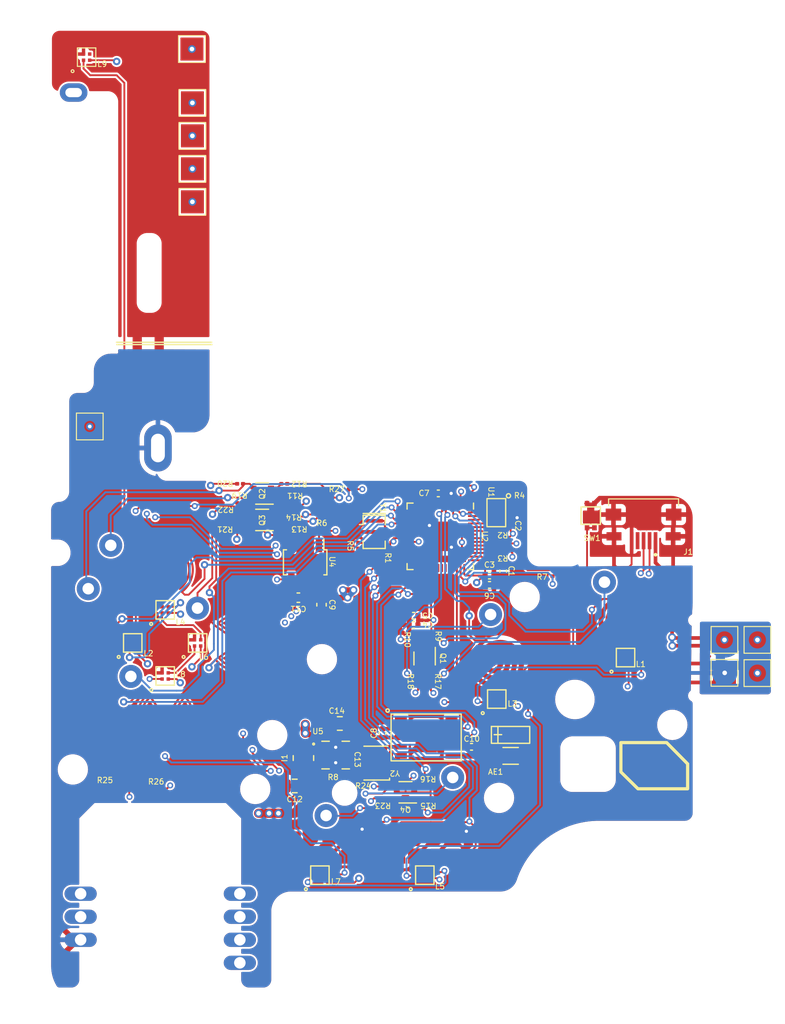
<source format=kicad_pcb>
(kicad_pcb (version 20221018) (generator pcbnew)
  (layers (0 "F.Cu" signal) (1 "In1.Cu" signal) (2 "In2.Cu" signal) (31 "B.Cu" signal) (34 "B.Paste" user) (35 "F.Paste" user) (36 "B.SilkS" user "B.Silkscreen") (37 "F.SilkS" user "F.Silkscreen") (38 "B.Mask" user) (39 "F.Mask" user) (44 "Edge.Cuts" user))
  (net 0 "")
  (net 1 "Net-(AE1-A)")
  (net 2 "GND")
  (net 3 "+1V1")
  (net 4 "+3V3")
  (net 5 "Net-(U3-VCC)")
  (net 6 "Net-(U3-VINTA)")
  (net 7 "+5V")
  (net 8 "BAT_IN")
  (net 9 "Net-(U5-EN)")
  (net 10 "Net-(U5-L1)")
  (net 11 "Net-(U5-L2)")
  (net 12 "Net-(L1-DIN)")
  (net 13 "Net-(L1-DOUT)")
  (net 14 "Net-(L2-DIN)")
  (net 15 "Net-(L2-DOUT)")
  (net 16 "Net-(L3-DOUT)")
  (net 17 "Net-(L4-DIN)")
  (net 18 "Net-(L5-DOUT)")
  (net 19 "Net-(L6-DIN)")
  (net 20 "Net-(L7-DOUT)")
  (net 21 "A_3.3")
  (net 22 "B_3.3")
  (net 23 "B_5")
  (net 24 "A_5")
  (net 25 "DUP_3.3")
  (net 26 "DLEFT_3.3")
  (net 27 "DLEFT_5")
  (net 28 "DUP_5")
  (net 29 "DDOWN_3.3")
  (net 30 "DRIGHT_3.3")
  (net 31 "DRIGHT_5")
  (net 32 "DDOWN_5")
  (net 33 "SEL_3.3")
  (net 34 "START_3.3")
  (net 35 "START_5")
  (net 36 "SEL_5")
  (net 37 "Net-(U2-RUN)")
  (net 38 "D+")
  (net 39 "Net-(U2-USB_DP)")
  (net 40 "D-")
  (net 41 "Net-(U2-USB_DM)")
  (net 42 "USB_BOOT")
  (net 43 "Net-(U1-{slash}CS)")
  (net 44 "Net-(R5-Pad1)")
  (net 45 "XTAL_OUT")
  (net 46 "Net-(U4-CE)")
  (net 47 "RGB")
  (net 49 "BAT_LVL")
  (net 50 "GBC_XTAL_OUT")
  (net 51 "Net-(R27-Pad2)")
  (net 52 "SIO1")
  (net 53 "SIO2")
  (net 54 "SIO0")
  (net 55 "SCLK")
  (net 56 "SIO3")
  (net 60 "XTAL_IN")
  (net 69 "A")
  (net 70 "BT_SLEEP")
  (net 71 "Net-(U3-X32MI)")
  (net 72 "Net-(U3-X32MO)")
  (net 73 "RXD")
  (net 74 "TXD")
  (net 75 "AT_TRANS")
  (net 78 "B")
  (net 79 "DDOWN")
  (net 80 "DLEFT")
  (net 81 "DRIGHT")
  (net 82 "DUP")
  (net 83 "SEL")
  (net 84 "START")
  (footprint "Capacitor_SMD:C_0402_1005Metric" (layer "F.Cu") (at 244.983 124.3584 180)
    (fp_text reference "C5")
    (fp_text value "1u" hide)
  )
  (footprint "TestPoint:TestPoint_Plated_Hole_D2.0mm" (layer "F.Cu") (at 208.8111 159.531 180)
    (fp_text reference "REF**" hide)
    (fp_text value "TestPoint_Plated_Hole_D2.0mm" hide)
  )
  (footprint "Capacitor_SMD:C_0402_1005Metric" (layer "F.Cu") (at 253.238 121.0056 180)
    (fp_text reference "C6")
    (fp_text value "100n" hide)
  )
  (footprint "Resistor_SMD:R_0201_0603Metric" (layer "F.Cu") (at 246.515815 142.862615 180)
    (fp_text reference "R16")
    (fp_text value "1k" hide)
  )
  (footprint "Resistor_SMD:R_0201_0603Metric" (layer "F.Cu") (at 213.2076 143.1036)
    (fp_text reference "R25")
    (fp_text value "100k" hide)
  )
  (footprint "Capacitor_SMD:C_0402_1005Metric" (layer "F.Cu") (at 251.2822 138.5824)
    (fp_text reference "C10")
    (fp_text value "1u" hide)
  )
  (footprint "Resistor_SMD:R_0201_0603Metric" (layer "F.Cu") (at 230.9368 110.0328 180)
    (fp_text reference "R12")
    (fp_text value "1k" hide)
  )
  (footprint "Package_TO_SOT_SMD:SOT-363_SC-70-6" (layer "F.Cu") (at 228.534 113.9548 180)
    (fp_text reference "Q3")
    (fp_text value "BSS138DW" hide)
  )
  (footprint "TestPoint:TestPoint_Pad_2.5x2.5mm" (layer "F.Cu") (at 278.765 130.556 -90)
    (fp_text reference "TP13" hide)
    (fp_text value "GND")
  )
  (footprint "Resistor_SMD:R_0201_0603Metric" (layer "F.Cu") (at 226.1464 112.903)
    (fp_text reference "R22")
    (fp_text value "1k")
  )
  (footprint "hhl:ESSOP-10" (layer "F.Cu") (at 246.3546 137.5664)
    (fp_text reference "U3" hide)
    (fp_text value "CH9141K" hide)
  )
  (footprint "Resistor_SMD:R_0201_0603Metric" (layer "F.Cu") (at 241.715215 144.183415)
    (fp_text reference "R23")
    (fp_text value "1k" hide)
  )
  (footprint "hhl:SHOUHAN_MICROQTJ" (layer "F.Cu") (at 269.9766 115.5231 180)
    (fp_text reference "J1")
    (fp_text value "MICROQTJ")
  )
  (footprint "Capacitor_SMD:C_0201_0603Metric" (layer "F.Cu") (at 255.531807 114.047493 90)
    (fp_text reference "C2")
    (fp_text value "100n" hide)
  )
  (footprint "Resistor_SMD:R_0201_0603Metric" (layer "F.Cu") (at 246.873 131.4298 90)
    (fp_text reference "R17")
    (fp_text value "1k")
  )
  (footprint "TestPoint:TestPoint_Plated_Hole_D2.0mm" (layer "F.Cu") (at 208.8111 157.031 180)
    (fp_text reference "REF**" hide)
    (fp_text value "TestPoint_Plated_Hole_D2.0mm" hide)
  )
  (footprint "hhl:GBC_Start_Select" (layer "F.Cu") (at 246.20879 149.511496)
    (fp_text reference "SWSTART1" hide)
    (fp_text value "SW_Push" hide)
  )
  (footprint "hhl:ring_dpad" (layer "F.Cu") (at 217.997495 135.241494 90)
    (fp_text reference "SWDD1" hide)
    (fp_text value "SW_Push" hide)
  )
  (footprint "Capacitor_SMD:C_0402_1005Metric" (layer "F.Cu") (at 247.6754 111.0742 180)
    (fp_text reference "C7")
    (fp_text value "100n" hide)
  )
  (footprint "hhl:GBC_Start_Select" (layer "F.Cu") (at 234.80879 149.511496)
    (fp_text reference "SWSEL1" hide)
    (fp_text value "SW_Push" hide)
  )
  (footprint "Resistor_SMD:R_0201_0603Metric" (layer "F.Cu") (at 226.1464 115.0112)
    (fp_text reference "R21")
    (fp_text value "1k" hide)
  )
  (footprint "TestPoint:TestPoint_Plated_Hole_D2.0mm" (layer "F.Cu") (at 208.0514 67.564)
    (fp_text reference "REF**" hide)
    (fp_text value "TestPoint_Plated_Hole_D2.0mm" hide)
  )
  (footprint "TestPoint:TestPoint_Plated_Hole_D2.0mm" (layer "F.Cu") (at 226.1111 162.031 180)
    (fp_text reference "REF**" hide)
    (fp_text value "TestPoint_Plated_Hole_D2.0mm" hide)
  )
  (footprint "Resistor_SMD:R_0201_0603Metric" (layer "F.Cu") (at 237.6088 141.8336)
    (fp_text reference "R8")
    (fp_text value "100" hide)
  )
  (footprint "hhl:ring_pad_small" (layer "F.Cu") (at 268.017598 125.04696)
    (fp_text reference "SWA1" hide)
    (fp_text value "SW_Push" hide)
  )
  (footprint "Resistor_SMD:R_0201_0603Metric" (layer "F.Cu") (at 226.1616 112.1156)
    (fp_text reference "R19")
    (fp_text value "1k" hide)
  )
  (footprint "Resistor_SMD:R_0201_0603Metric" (layer "F.Cu") (at 245.476 131.4298 90)
    (fp_text reference "R18")
    (fp_text value "1k")
  )
  (footprint "Capacitor_SMD:C_0402_1005Metric" (layer "F.Cu") (at 241.615 137.1026 -90)
    (fp_text reference "C8")
    (fp_text value "1u" hide)
  )
  (footprint "TestPoint:TestPoint_Pad_2.5x2.5mm" (layer "F.Cu") (at 220.9038 62.8396)
    (fp_text reference "TP9" hide)
    (fp_text value "XTAL_OUT")
  )
  (footprint "Inductor_SMD:L_1206_3216Metric" (layer "F.Cu") (at 255.5342 139.5664)
    (fp_text reference "AE1")
    (fp_text value "Antenna" hide)
  )
  (footprint "TestPoint:TestPoint_Pad_2.5x2.5mm" (layer "F.Cu") (at 220.9546 68.6816)
    (fp_text reference "TP1" hide)
    (fp_text value "TestPoint" hide)
  )
  (footprint "hhl:ring_dpad" (layer "F.Cu") (at 225.872495 127.303994 180)
    (fp_text reference "SWDR1" hide)
    (fp_text value "SW_Push" hide)
  )
  (footprint "Resistor_SMD:R_0201_0603Metric" (layer "F.Cu") (at 254.6762 116.5055 180)
    (fp_text reference "R2")
    (fp_text value "27" hide)
  )
  (footprint "TestPoint:TestPoint_Plated_Hole_D2.0mm" (layer "F.Cu") (at 208.8111 154.531 180)
    (fp_text reference "REF**" hide)
    (fp_text value "TestPoint_Plated_Hole_D2.0mm" hide)
  )
  (footprint "TestPoint:TestPoint_Plated_Hole_D2.0mm" (layer "F.Cu") (at 226.1111 159.531 180)
    (fp_text reference "REF**" hide)
    (fp_text value "TestPoint_Plated_Hole_D2.0mm" hide)
  )
  (footprint "Resistor_SMD:R_0201_0603Metric" (layer "F.Cu") (at 241.427 118.11 -90)
    (fp_text reference "R1")
    (fp_text value "10k")
  )
  (footprint "Resistor_SMD:R_0201_0603Metric" (layer "F.Cu") (at 260.4008 120.0658)
    (fp_text reference "R7")
    (fp_text value "330")
  )
  (footprint "TestPoint:TestPoint_Pad_2.5x2.5mm" (layer "F.Cu") (at 220.9546 75.8444)
    (fp_text reference "TP8" hide)
    (fp_text value "TestPoint" hide)
  )
  (footprint "hhl:USON-8-EP(2x3)" (layer "F.Cu") (at 253.978407 113.164693 -90)
    (fp_text reference "U1")
    (fp_text value "GD25Q80EEIGR" hide)
  )
  (footprint "TestPoint:TestPoint_Pad_2.5x2.5mm" (layer "F.Cu") (at 282.3464 126.9746 -90)
    (fp_text reference "TP11" hide)
    (fp_text value "D-")
  )
  (footprint "hhl:ring_pad_small" (layer "F.Cu") (at 254.024994 129.549554)
    (fp_text reference "SWB1" hide)
    (fp_text value "SW_Push" hide)
  )
  (footprint "hhl:VREG_V62_16624-01YE" (layer "F.Cu") (at 236.5218 139.4794)
    (fp_text reference "U5")
    (fp_text value "TPS63002DRCR" hide)
  )
  (footprint "TestPoint:TestPoint_Pad_2.5x2.5mm" (layer "F.Cu") (at 220.9546 72.263)
    (fp_text reference "TP2" hide)
    (fp_text value "TestPoint" hide)
  )
  (footprint "hhl:SK6805-EC-10" (layer "F.Cu") (at 246.20879 152.511496)
    (fp_text reference "L5")
    (fp_text value "SK6805-EC-10" hide)
  )
  (footprint "Crystal:Resonator_SMD_Murata_CSTxExxV-3Pin_3.0x1.1mm" (layer "F.Cu") (at 240.7062 115.2547 -90)
    (fp_text reference "Y1")
    (fp_text value "Crystal_GND3")
  )
  (footprint "Package_TO_SOT_SMD:SOT-363_SC-70-6" (layer "F.Cu") (at 244.1042 143.5204 180)
    (fp_text reference "Q4")
    (fp_text value "BSS138DW" hide)
  )
  (footprint "Package_TO_SOT_SMD:SOT-363_SC-70-6" (layer "F.Cu") (at 228.534 111.0846 180)
    (fp_text reference "Q2")
    (fp_text value "BSS138DW" hide)
  )
  (footprint "Capacitor_SMD:C_0402_1005Metric" (layer "F.Cu") (at 254.727 119.5027 90)
    (fp_text reference "C1")
    (fp_text value "100n" hide)
  )
  (footprint "Capacitor_SMD:C_0805_2012Metric" (layer "F.Cu") (at 232.0716 142.8322)
    (fp_text reference "C12")
    (fp_text value "10uF" hide)
  )
  (footprint "TestPoint:TestPoint_Plated_Hole_D2.0mm" (layer "F.Cu") (at 226.1111 157.031 180)
    (fp_text reference "REF**" hide)
    (fp_text value "TestPoint_Plated_Hole_D2.0mm" hide)
  )
  (footprint "hhl:SK6805-EC-10" (layer "F.Cu") (at 209.461401 63.718023)
    (fp_text reference "L9")
    (fp_text value "SK6805-EC-10" hide)
  )
  (footprint "TestPoint:TestPoint_Plated_Hole_D2.0mm" (layer "F.Cu") (at 226.1111 154.531 180)
    (fp_text reference "REF**" hide)
    (fp_text value "TestPoint_Plated_Hole_D2.0mm" hide)
  )
  (footprint "hhl:ring_dpad" (layer "F.Cu") (at 217.997495 119.366494 -90)
    (fp_text reference "SWDU1" hide)
    (fp_text value "SW_Push" hide)
  )
  (footprint "Resistor_SMD:R_0201_0603Metric" (layer "F.Cu") (at 238.2774 110.617 180)
    (fp_text reference "R27")
    (fp_text value "100" hide)
  )
  (footprint "TestPoint:TestPoint_Plated_Hole_D2.0mm" (layer "F.Cu") (at 217.212283 106.1466 90)
    (fp_text reference "REF**" hide)
    (fp_text value "TestPoint_Plated_Hole_D2.0mm" hide)
  )
  (footprint "hhl:SK6805-EC-10" (layer "F.Cu") (at 268.017598 128.89696)
    (fp_text reference "L1")
    (fp_text value "SK6805-EC-10" hide)
  )
  (footprint "Capacitor_SMD:C_0805_2012Metric" (layer "F.Cu") (at 236.9738 136.0504 180)
    (fp_text reference "C14")
    (fp_text value "10uF" hide)
  )
  (footprint "hhl:SK6805-EC-10" (layer "F.Cu") (at 221.522495 127.303994)
    (fp_text reference "L6")
    (fp_text value "SK6805-EC-10" hide)
  )
  (footprint "Capacitor_SMD:C_0603_1608Metric" (layer "F.Cu") (at 234.98448 123.156203 -90)
    (fp_text reference "C9")
    (fp_text value "6.8uF" hide)
  )
  (footprint "Capacitor_SMD:C_0402_1005Metric" (layer "F.Cu") (at 244.983 125.349 180)
    (fp_text reference "C4")
    (fp_text value "100n" hide)
  )
  (footprint "Resistor_SMD:R_0201_0603Metric" (layer "F.Cu") (at 226.1362 110.0328)
    (fp_text reference "R20")
    (fp_text value "1k")
  )
  (footprint "hhl:SOT-89-5" (layer "F.Cu") (at 233.20788 118.554603 -90)
    (fp_text reference "U4")
    (fp_text value "XC6222" hide)
  )
  (footprint "Capacitor_SMD:C_0201_0603Metric" (layer "F.Cu") (at 238.9124 141.5796 -90)
    (fp_text reference "C13")
    (fp_text value "100n" hide)
  )
  (footprint "Capacitor_SMD:C_0603_1608Metric" (layer "F.Cu") (at 232.46988 122.394203 180)
    (fp_text reference "C11")
    (fp_text value "2.2uF" hide)
  )
  (footprint "Resistor_SMD:R_0201_0603Metric" (layer "F.Cu") (at 246.9238 126.5784 -90)
    (fp_text reference "R9")
    (fp_text value "1k")
  )
  (footprint "Resistor_SMD:R_0201_0603Metric" (layer "F.Cu") (at 254.6762 117.2929 180)
    (fp_text reference "R3")
    (fp_text value "27" hide)
  )
  (footprint "hhl:ring_dpad" (layer "F.Cu") (at 210.122495 127.303994)
    (fp_text reference "SWDL1" hide)
    (fp_text value "SW_Push" hide)
  )
  (footprint "hhl:SK6805-EC-10" (layer "F.Cu") (at 217.997495 123.716494)
    (fp_text reference "L4")
    (fp_text value "SK6805-EC-10" hide)
  )
  (footprint "TestPoint:TestPoint_Pad_2.5x2.5mm" (layer "F.Cu") (at 278.765 126.9746 -90)
    (fp_text reference "TP12" hide)
    (fp_text value "5V")
  )
  (footprint "Package_TO_SOT_SMD:SOT-363_SC-70-6" (layer "F.Cu") (at 246.1872 128.9914 -90)
    (fp_text reference "Q1")
    (fp_text value "BSS138DW" hide)
  )
  (footprint "Resistor_SMD:R_0201_0603Metric" (layer "F.Cu") (at 238.9536 116.7595 -90)
    (fp_text reference "R5")
    (fp_text value "1k" hide)
  )
  (footprint "Resistor_SMD:R_0201_0603Metric" (layer "F.Cu") (at 241.715215 142.888015)
    (fp_text reference "R24")
    (fp_text value "1k" hide)
  )
  (footprint "hhl:SK6805-EC-10" (layer "F.Cu") (at 254.024994 133.399554)
    (fp_text reference "L3")
    (fp_text value "SK6805-EC-10" hide)
  )
  (footprint "hhl:SK6805-EC-10" (layer "F.Cu") (at 217.997495 130.891494)
    (fp_text reference "L8")
    (fp_text value "SK6805-EC-10" hide)
  )
  (footprint "Resistor_SMD:R_0201_0603Metric" (layer "F.Cu") (at 230.9368 115.0112 180)
    (fp_text reference "R13")
    (fp_text value "1k")
  )
  (footprint "hhl:SK6805-EC-10" (layer "F.Cu") (at 234.80879 152.511496)
    (fp_text reference "L7")
    (fp_text value "SK6805-EC-10" hide)
  )
  (footprint "Capacitor_SMD:C_0402_1005Metric" (layer "F.Cu") (at 253.238 119.9896)
    (fp_text reference "C3")
    (fp_text value "100n" hide)
  )
  (footprint "TestPoint:TestPoint_Pad_2.5x2.5mm" (layer "F.Cu") (at 209.804 103.8098)
    (fp_text reference "TP3" hide)
    (fp_text value "XTAL_OUT")
  )
  (footprint "hhl:1TS026A-1000-0550" (layer "F.Cu") (at 264.2362 113.4872 180)
    (fp_text reference "SW1")
    (fp_text value "1TS026A-1000-0550")
  )
  (footprint "Resistor_SMD:R_0201_0603Metric" (layer "F.Cu") (at 214.9856 143.1036)
    (fp_text reference "R26")
    (fp_text value "100k" hide)
  )
  (footprint "Resistor_SMD:R_0201_0603Metric" (layer "F.Cu") (at 230.9368 112.903 180)
    (fp_text reference "R14")
    (fp_text value "1k" hide)
  )
  (footprint "Oscillator:Oscillator_SMD_EuroQuartz_XO32-4Pin_3.2x2.5mm" (layer "F.Cu") (at 240.8936 140.3522 180)
    (fp_text reference "Y2")
    (fp_text value "32MHz Crystal" hide)
  )
  (footprint "Resistor_SMD:R_0201_0603Metric" (layer "F.Cu") (at 245.4506 126.6038 -90)
    (fp_text reference "R10")
    (fp_text value "1k")
  )
  (footprint "TestPoint:TestPoint_Pad_2.5x2.5mm" (layer "F.Cu") (at 220.9546 79.4258)
    (fp_text reference "TP7" hide)
    (fp_text value "TestPoint" hide)
  )
  (footprint "Package_DFN_QFN:QFN-56-1EP_7x7mm_P0.4mm_EP3.2x3.2mm" (layer "F.Cu") (at 247.8912 115.735 -90)
    (fp_text reference "U2")
    (fp_text value "RP2040" hide)
  )
  (footprint "Resistor_SMD:R_0201_0603Metric" (layer "F.Cu") (at 255.887407 112.066293 180)
    (fp_text reference "R4")
    (fp_text value "1k" hide)
  )
  (footprint "TestPoint:TestPoint_Pad_2.5x2.5mm" (layer "F.Cu") (at 282.3464 130.5814 -90)
    (fp_text reference "TP10" hide)
    (fp_text value "D+")
  )
  (footprint "hhl:HHL_Logo" (layer "F.Cu") (at 270.4592 141.0716)
    (fp_text reference "REF**" hide)
    (fp_text value "HHL_Logo")
  )
  (footprint "hhl:SK6805-EC-10" (layer "F.Cu") (at 214.472495 127.303994)
    (fp_text reference "L2")
    (fp_text value "SK6805-EC-10" hide)
  )
  (footprint "Resistor_SMD:R_0201_0603Metric" (layer "F.Cu") (at 235.03528 115.129803)
    (fp_text reference "R6")
    (fp_text value "10k" hide)
  )
  (footprint "Resistor_SMD:R_0201_0603Metric" (layer "F.Cu") (at 246.515815 144.183415 180)
    (fp_text reference "R15")
    (fp_text value "1k")
  )
  (footprint "Resistor_SMD:R_0201_0603Metric" (layer "F.Cu") (at 230.9368 112.1156 180)
    (fp_text reference "R11")
    (fp_text value "1k")
  )
  (footprint "Inductor_SMD:L_1008_2520Metric" (layer "F.Cu") (at 233.0196 139.8016 90)
    (fp_text reference "I1")
    (fp_text value "1.3A 2.2uH ±20% 80mΩ" hide)
  )
  (gr_line (start 253.746 137.2616) (end 254.5588 137.2616) (stroke (width 0.15)) (layer "F.SilkS"))
  (gr_line (start 212.7377 94.9198) (end 223.0755 94.9198) (stroke (width 0.15)) (layer "F.SilkS"))
  (gr_line (start 254.1524 136.3726) (end 254.1524 138.1506) (stroke (width 0.15)) (layer "F.SilkS"))
  (gr_line (start 212.6996 94.6658) (end 223.0501 94.6658) (stroke (width 0.15)) (layer "F.SilkS"))
  (gr_rect (start 253.4412 136.3726) (end 257.6068 138.2014) (stroke (width 0.15)) (fill none) (layer "F.SilkS"))
  (gr_arc (start 206.319127 116.22862) (mid 207.20301 116.594737) (end 207.569127 117.47862) (stroke (width 0.001)) (layer "Edge.Cuts"))
  (gr_line (start 205.4606 162.397457) (end 205.4606 140.977409) (stroke (width 0.001)) (layer "Edge.Cuts"))
  (gr_arc (start 262.268074 143.339004) (mid 261.419547 142.987532) (end 261.068074 142.139004) (stroke (width 0.001)) (layer "Edge.Cuts"))
  (gr_arc (start 265.618074 137.589004) (mid 266.4666 137.940476) (end 266.818074 138.789004) (stroke (width 0.001)) (layer "Edge.Cuts"))
  (gr_arc (start 263.233704 112.1904) (mid 263.526581 111.483255) (end 264.233704 111.1904) (stroke (width 0.001)) (layer "Edge.Cuts"))
  (gr_arc (start 256.341389 153.074932) (mid 259.717689 148.504651) (end 265.126369 146.763085) (stroke (width 0.001)) (layer "Edge.Cuts"))
  (gr_line (start 226.111057 146.405998) (end 224.537642 144.832583) (stroke (width 0.001)) (layer "Edge.Cuts"))
  (gr_circle (center 207.964605 141.039607) (end 209.464605 141.039607) (stroke (width 0.001)) (fill none) (layer "Edge.Cuts"))
  (gr_line (start 212.744234 68.563615) (end 212.744234 95.755289) (stroke (width 0.001)) (layer "Edge.Cuts"))
  (gr_arc (start 216.463077 82.957858) (mid 217.170184 83.250751) (end 217.463077 83.957858) (stroke (width 0.001)) (layer "Edge.Cuts"))
  (gr_line (start 205.4606 116.22862) (end 206.319127 116.22862) (stroke (width 0.001)) (layer "Edge.Cuts"))
  (gr_line (start 210.096592 99.028669) (end 210.096592 97.755289) (stroke (width 0.001)) (layer "Edge.Cuts"))
  (gr_arc (start 275.2106 133.468882) (mid 275.393611 133.651893) (end 275.4606 133.901894) (stroke (width 0.001)) (layer "Edge.Cuts"))
  (gr_arc (start 266.818074 142.139004) (mid 266.466588 142.987517) (end 265.618074 143.339004) (stroke (width 0.001)) (layer "Edge.Cuts"))
  (gr_line (start 207.569127 117.47862) (end 207.569127 117.560314) (stroke (width 0.001)) (layer "Edge.Cuts"))
  (gr_circle (center 229.636007 137.310492) (end 231.136007 137.310492) (stroke (width 0.001)) (fill none) (layer "Edge.Cuts"))
  (gr_line (start 208.811057 153.905998) (end 208.811057 146.405998) (stroke (width 0.001)) (layer "Edge.Cuts"))
  (gr_arc (start 275.4606 145.763085) (mid 275.167695 146.470162) (end 274.4606 146.763085) (stroke (width 0.001)) (layer "Edge.Cuts"))
  (gr_arc (start 229.672626 163.86044) (mid 229.379732 164.567546) (end 228.672626 164.86044) (stroke (width 0.001)) (layer "Edge.Cuts"))
  (gr_line (start 206.544235 60.704044) (end 221.958649 60.704044) (stroke (width 0.001)) (layer "Edge.Cuts"))
  (gr_arc (start 276.326625 133.035869) (mid 276.076627 132.968879) (end 275.893613 132.785869) (stroke (width 0.001)) (layer "Edge.Cuts"))
  (gr_line (start 207.427027 110.853962) (end 207.427027 101.028669) (stroke (width 0.001)) (layer "Edge.Cuts"))
  (gr_arc (start 229.672626 156.436785) (mid 230.258412 155.022571) (end 231.672626 154.436785) (stroke (width 0.001)) (layer "Edge.Cuts"))
  (gr_arc (start 227.111057 164.86044) (mid 226.40395 164.567547) (end 226.111057 163.86044) (stroke (width 0.001)) (layer "Edge.Cuts"))
  (gr_arc (start 261.068074 138.789004) (mid 261.419532 137.94046) (end 262.268074 137.589004) (stroke (width 0.001)) (layer "Edge.Cuts"))
  (gr_line (start 226.111057 153.905998) (end 226.111057 146.405998) (stroke (width 0.001)) (layer "Edge.Cuts"))
  (gr_line (start 283.9606 125.34276) (end 283.9606 132.535869) (stroke (width 0.001)) (layer "Edge.Cuts"))
  (gr_line (start 274.4606 146.763085) (end 265.126369 146.763085) (stroke (width 0.001)) (layer "Edge.Cuts"))
  (gr_arc (start 207.569127 117.560314) (mid 207.20301 118.444197) (end 206.319127 118.810314) (stroke (width 0.001)) (layer "Edge.Cuts"))
  (gr_arc (start 216.0507 91.327264) (mid 215.343593 91.034371) (end 215.0507 90.327264) (stroke (width 0.001)) (layer "Edge.Cuts"))
  (gr_line (start 210.384472 144.832583) (end 224.537642 144.832583) (stroke (width 0.001)) (layer "Edge.Cuts"))
  (gr_arc (start 256.483704 109.562542) (mid 257.190836 109.855424) (end 257.483704 110.562542) (stroke (width 0.001)) (layer "Edge.Cuts"))
  (gr_arc (start 215.0507 83.957858) (mid 215.343593 83.250751) (end 216.0507 82.957858) (stroke (width 0.001)) (layer "Edge.Cuts"))
  (gr_line (start 262.268074 137.589004) (end 265.618074 137.589004) (stroke (width 0.001)) (layer "Edge.Cuts"))
  (gr_arc (start 216.462283 105.353048) (mid 216.681953 104.822718) (end 217.212283 104.603048) (stroke (width 0.001)) (layer "Edge.Cuts"))
  (gr_line (start 208.811057 153.905998) (end 208.811057 163.86044) (stroke (width 0.001)) (layer "Edge.Cuts"))
  (gr_line (start 275.4606 133.901894) (end 275.4606 140.977409) (stroke (width 0.001)) (layer "Edge.Cuts"))
  (gr_arc (start 208.811057 163.86044) (mid 208.518164 164.567547) (end 207.811057 164.86044) (stroke (width 0.001)) (layer "Edge.Cuts"))
  (gr_line (start 218.212283 109.562542) (end 256.483704 109.562542) (stroke (width 0.001)) (layer "Edge.Cuts"))
  (gr_arc (start 221.958649 60.704044) (mid 222.665756 60.996937) (end 222.958649 61.704044) (stroke (width 0.001)) (layer "Edge.Cuts"))
  (gr_line (start 265.618074 143.339004) (end 262.268074 143.339004) (stroke (width 0.001)) (layer "Edge.Cuts"))
  (gr_line (start 205.4606 140.977409) (end 205.4606 118.810314) (stroke (width 0.001)) (layer "Edge.Cuts"))
  (gr_line (start 217.463077 83.957858) (end 217.463077 90.327264) (stroke (width 0.001)) (layer "Edge.Cuts"))
  (gr_arc (start 275.4606 123.976735) (mid 275.393619 124.226739) (end 275.2106 124.409747) (stroke (width 0.001)) (layer "Edge.Cuts"))
  (gr_line (start 208.427027 100.028669) (end 209.096592 100.028669) (stroke (width 0.001)) (layer "Edge.Cuts"))
  (gr_line (start 216.463077 91.327264) (end 216.0507 91.327264) (stroke (width 0.001)) (layer "Edge.Cuts"))
  (gr_arc (start 217.212283 107.703048) (mid 216.681953 107.483378) (end 216.462283 106.953048) (stroke (width 0.001)) (layer "Edge.Cuts"))
  (gr_line (start 216.462283 105.353048) (end 216.462283 106.953048) (stroke (width 0.001)) (layer "Edge.Cuts"))
  (gr_circle (center 273.099634 136.198349) (end 274.599634 136.198349) (stroke (width 0.001)) (fill none) (layer "Edge.Cuts"))
  (gr_line (start 226.111057 163.86044) (end 226.111057 153.905998) (stroke (width 0.001)) (layer "Edge.Cuts"))
  (gr_arc (start 258.683704 118.849265) (mid 257.835193 118.497783) (end 257.483704 117.649265) (stroke (width 0.001)) (layer "Edge.Cuts"))
  (gr_arc (start 205.544235 61.704044) (mid 205.837128 60.996937) (end 206.544235 60.704044) (stroke (width 0.001)) (layer "Edge.Cuts"))
  (gr_line (start 212.096592 95.755289) (end 212.744234 95.755289) (stroke (width 0.001)) (layer "Edge.Cuts"))
  (gr_line (start 216.0507 82.957858) (end 216.463077 82.957858) (stroke (width 0.001)) (layer "Edge.Cuts"))
  (gr_arc (start 217.463077 90.327264) (mid 217.170184 91.034371) (end 216.463077 91.327264) (stroke (width 0.001)) (layer "Edge.Cuts"))
  (gr_line (start 205.544235 66.563615) (end 205.544235 61.704044) (stroke (width 0.001)) (layer "Edge.Cuts"))
  (gr_line (start 217.212283 107.703048) (end 217.212283 108.562542) (stroke (width 0.001)) (layer "Edge.Cuts"))
  (gr_line (start 261.068074 142.139004) (end 261.068074 138.789004) (stroke (width 0.001)) (layer "Edge.Cuts"))
  (gr_arc (start 218.212283 109.562542) (mid 217.505177 109.269648) (end 217.212283 108.562542) (stroke (width 0.001)) (layer "Edge.Cuts"))
  (gr_circle (center 235.029445 129.069401) (end 236.529445 129.069401) (stroke (width 0.001)) (fill none) (layer "Edge.Cuts"))
  (gr_circle (center 254.271538 144.126522) (end 255.771538 144.126522) (stroke (width 0.001)) (fill none) (layer "Edge.Cuts"))
  (gr_arc (start 222.958665 102.603096) (mid 222.372869 104.0173) (end 220.958665 104.603096) (stroke (width 0.001)) (layer "Edge.Cuts"))
  (gr_line (start 206.4606 111.853962) (end 206.427027 111.853962) (stroke (width 0.001)) (layer "Edge.Cuts"))
  (gr_arc (start 206.084985 164.620748) (mid 205.619658 163.552108) (end 205.4606 162.397457) (stroke (width 0.001)) (layer "Edge.Cuts"))
  (gr_arc (start 207.427027 101.028669) (mid 207.71992 100.321562) (end 208.427027 100.028669) (stroke (width 0.001)) (layer "Edge.Cuts"))
  (gr_arc (start 206.544235 67.563615) (mid 205.837128 67.270722) (end 205.544235 66.563615) (stroke (width 0.001)) (layer "Edge.Cuts"))
  (gr_circle (center 257.057951 122.320796) (end 258.557951 122.320796) (stroke (width 0.001)) (fill none) (layer "Edge.Cuts"))
  (gr_circle (center 262.516794 133.442132) (end 264.516794 133.442132) (stroke (width 0.001)) (fill none) (layer "Edge.Cuts"))
  (gr_line (start 228.672626 164.86044) (end 227.111057 164.86044) (stroke (width 0.001)) (layer "Edge.Cuts"))
  (gr_circle (center 227.785878 143.157563) (end 229.285878 143.157563) (stroke (width 0.001)) (fill none) (layer "Edge.Cuts"))
  (gr_line (start 205.4606 113.6904) (end 205.4606 116.22862) (stroke (width 0.001)) (layer "Edge.Cuts"))
  (gr_arc (start 283.9606 132.535869) (mid 283.814147 132.889403) (end 283.4606 133.035869) (stroke (width 0.001)) (layer "Edge.Cuts"))
  (gr_line (start 283.4606 133.035869) (end 276.326625 133.035869) (stroke (width 0.001)) (layer "Edge.Cuts"))
  (gr_line (start 208.811057 146.405998) (end 210.384472 144.832583) (stroke (width 0.001)) (layer "Edge.Cuts"))
  (gr_line (start 215.0507 90.327264) (end 215.0507 83.957858) (stroke (width 0.001)) (layer "Edge.Cuts"))
  (gr_line (start 207.811057 164.86044) (end 206.51188 164.86044) (stroke (width 0.001)) (layer "Edge.Cuts"))
  (gr_line (start 206.319127 118.810314) (end 205.4606 118.810314) (stroke (width 0.001)) (layer "Edge.Cuts"))
  (gr_arc (start 205.4606 112.853962) (mid 205.753493 112.146855) (end 206.4606 111.853962) (stroke (width 0.001)) (layer "Edge.Cuts"))
  (gr_line (start 205.4606 113.6904) (end 205.4606 112.853962) (stroke (width 0.001)) (layer "Edge.Cuts"))
  (gr_line (start 263.233704 114.299265) (end 263.233704 112.1904) (stroke (width 0.001)) (layer "Edge.Cuts"))
  (gr_arc (start 283.4606 124.84276) (mid 283.814175 124.989195) (end 283.9606 125.34276) (stroke (width 0.001)) (layer "Edge.Cuts"))
  (gr_line (start 263.233704 117.649265) (end 263.233704 114.299265) (stroke (width 0.001)) (layer "Edge.Cuts"))
  (gr_line (start 257.483704 110.562542) (end 257.483704 112.1904) (stroke (width 0.001)) (layer "Edge.Cuts"))
  (gr_arc (start 206.51188 164.86044) (mid 206.267088 164.796418) (end 206.084985 164.620748) (stroke (width 0.001)) (layer "Edge.Cuts"))
  (gr_line (start 257.483704 114.299265) (end 257.483704 117.649265) (stroke (width 0.001)) (layer "Edge.Cuts"))
  (gr_line (start 275.4606 113.6904) (end 275.4606 123.976735) (stroke (width 0.001)) (layer "Edge.Cuts"))
  (gr_line (start 206.544235 67.563615) (end 211.744234 67.563615) (stroke (width 0.001)) (layer "Edge.Cuts"))
  (gr_line (start 229.672626 156.436785) (end 229.672626 163.86044) (stroke (width 0.001)) (layer "Edge.Cuts"))
  (gr_arc (start 275.893613 125.09276) (mid 275.107105 125.196296) (end 275.2106 124.409747) (stroke (width 0.001)) (layer "Edge.Cuts"))
  (gr_arc (start 256.341389 153.074932) (mid 255.612908 154.061008) (end 254.445929 154.436785) (stroke (width 0.001)) (layer "Edge.Cuts"))
  (gr_line (start 276.326625 124.84276) (end 283.4606 124.84276) (stroke (width 0.001)) (layer "Edge.Cuts"))
  (gr_arc (start 263.233704 117.649265) (mid 262.882228 118.497778) (end 262.033704 118.849265) (stroke (width 0.001)) (layer "Edge.Cuts"))
  (gr_line (start 258.683704 118.849265) (end 262.033704 118.849265) (stroke (width 0.001)) (layer "Edge.Cuts"))
  (gr_line (start 266.818074 138.789004) (end 266.818074 142.139004) (stroke (width 0.001)) (layer "Edge.Cuts"))
  (gr_arc (start 275.893613 125.09276) (mid 276.076624 124.909744) (end 276.326625 124.84276) (stroke (width 0.001)) (layer "Edge.Cuts"))
  (gr_arc (start 210.096592 99.028669) (mid 209.803699 99.735776) (end 209.096592 100.028669) (stroke (width 0.001)) (layer "Edge.Cuts"))
  (gr_line (start 222.958649 61.704044) (end 222.958665 102.603096) (stroke (width 0.001)) (layer "Edge.Cuts"))
  (gr_line (start 257.483704 112.1904) (end 257.483704 114.299265) (stroke (width 0.001)) (layer "Edge.Cuts"))
  (gr_arc (start 207.427027 110.853962) (mid 207.134134 111.561069) (end 206.427027 111.853962) (stroke (width 0.001)) (layer "Edge.Cuts"))
  (gr_circle (center 237.497929 143.590623) (end 238.747929 143.590623) (stroke (width 0.001)) (fill none) (layer "Edge.Cuts"))
  (gr_arc (start 210.096592 97.755289) (mid 210.682378 96.341075) (end 212.096592 95.755289) (stroke (width 0.001)) (layer "Edge.Cuts"))
  (gr_arc (start 275.2106 133.468882) (mid 275.107067 132.68228) (end 275.893613 132.785869) (stroke (width 0.001)) (layer "Edge.Cuts"))
  (gr_line (start 275.4606 140.977409) (end 275.4606 145.763085) (stroke (width 0.001)) (layer "Edge.Cuts"))
  (gr_line (start 264.233704 111.1904) (end 272.9606 111.1904) (stroke (width 0.001)) (layer "Edge.Cuts"))
  (gr_arc (start 272.9606 111.1904) (mid 274.728369 111.922632) (end 275.4606 113.6904) (stroke (width 0.001)) (layer "Edge.Cuts"))
  (gr_line (start 254.445929 154.436785) (end 231.672626 154.436785) (stroke (width 0.001)) (layer "Edge.Cuts"))
  (gr_arc (start 211.744234 67.563615) (mid 212.45134 67.856509) (end 212.744234 68.563615) (stroke (width 0.001)) (layer "Edge.Cuts"))
  (gr_line (start 220.958649 104.603048) (end 217.212283 104.603048) (stroke (width 0.001)) (layer "Edge.Cuts"))
  (segment (start 248.8032 139.5664) (end 253.9592 139.5664) (width 0.6) (layer "F.Cu") (net 1))
  (segment (start 233.20788 122.357203) (end 233.24488 122.394203) (width 0.2) (layer "F.Cu") (net 2))
  (segment (start 243.3032 137.5664) (end 241.6312 137.5664) (width 0.4) (layer "F.Cu") (net 2))
  (segment (start 208.0958 159.531) (end 206.9084 158.3436) (width 0.6) (layer "F.Cu") (net 2))
  (segment (start 268.6766 118.775) (end 268.097 119.3546) (width 0.2) (layer "F.Cu") (net 2))
  (segment (start 213.6648 126.7206) (end 213.5124 126.5682) (width 0.2) (layer "F.Cu") (net 2))
  (segment (start 266.7641 115.7331) (end 266.7641 118.9107) (width 0.4) (layer "F.Cu") (net 2))
  (segment (start 277.7744 129.54) (end 274.5486 129.54) (width 0.4) (layer "F.Cu") (net 2))
  (segment (start 236.531397 150.856451) (end 236.472123 150.797177) (width 0.2) (layer "F.Cu") (net 2))
  (segment (start 213.0044 129.620849) (end 213.0044 129.8956) (width 0.2) (layer "F.Cu") (net 2))
  (segment (start 234.307 139.4794) (end 233.9594 139.827) (width 0.2) (layer "F.Cu") (net 2))
  (segment (start 253.365 132.6134) (end 252.8062 132.6134) (width 0.2) (layer "F.Cu") (net 2))
  (segment (start 255.240901 132.076301) (end 255.8034 132.6388) (width 0.2) (layer "F.Cu") (net 2))
  (segment (start 222.9104 124.906949) (end 222.9104 124.8664) (width 0.2) (layer "F.Cu") (net 2))
  (segment (start 253.4062 112.5177) (end 255.0064 112.5177) (width 0.2) (layer "F.Cu") (net 2))
  (segment (start 278.7904 130.556) (end 277.7744 129.54) (width 0.4) (layer "F.Cu") (net 2))
  (segment (start 255.531807 113.043107) (end 255.531807 113.727493) (width 0.2) (layer "F.Cu") (net 2))
  (segment (start 255.180977 132.076301) (end 255.240901 132.076301) (width 0.2) (layer "F.Cu") (net 2))
  (segment (start 223.48343 125.479979) (end 222.9104 124.906949) (width 0.2) (layer "F.Cu") (net 2))
  (segment (start 208.4896 159.531) (end 207.3148 160.7058) (width 0.6) (layer "F.Cu") (net 2))
  (segment (start 237.9218 138.9794) (end 237.0218 138.9794) (width 0.2) (layer "F.Cu") (net 2))
  (segment (start 267.5382 128.143) (end 266.5984 128.143) (width 0.2) (layer "F.Cu") (net 2))
  (segment (start 214.9602 96.3422) (end 215.138 96.52) (width 1) (layer "F.Cu") (net 2))
  (segment (start 233.087871 147.048529) (end 233.087871 147.998557) (width 0.2) (layer "F.Cu") (net 2))
  (segment (start 267.682598 128.56196) (end 267.682598 128.287398) (width 0.2) (layer "F.Cu") (net 2))
  (segment (start 234.47379 152.02539) (end 234.2134 151.765) (width 0.2) (layer "F.Cu") (net 2))
  (segment (start 233.20788 118.554603) (end 233.20788 122.357203) (width 0.2) (layer "F.Cu") (net 2))
  (segment (start 248.1554 111.0742) (end 249.0724 111.0742) (width 0.2) (layer "F.Cu") (net 2))
  (segment (start 217.3478 92.2528) (end 217.3478 96.2406) (width 1) (layer "F.Cu") (net 2))
  (segment (start 215.1126 92.5322) (end 214.9602 92.6846) (width 1) (layer "F.Cu") (net 2))
  (segment (start 208.8111 159.531) (end 208.4896 159.531) (width 0.6) (layer "F.Cu") (net 2))
  (segment (start 217.662495 123.098295) (end 217.5256 122.9614) (width 0.2) (layer "F.Cu") (net 2))
  (segment (start 214.137495 126.968994) (end 213.913194 126.968994) (width 0.2) (layer "F.Cu") (net 2))
  (segment (start 217.5256 122.9614) (end 217.3224 122.7582) (width 0.2) (layer "F.Cu") (net 2))
  (segment (start 273.1891 119.3921) (end 273.5834 119.7864) (width 0.4) (layer "F.Cu") (net 2))
  (segment (start 241.6312 137.5664) (end 241.615 137.5826) (width 0.4) (layer "F.Cu") (net 2))
  (segment (start 233.087871 147.998557) (end 233.302167 148.212853) (width 0.2) (layer "F.Cu") (net 2))
  (segment (start 212.51156 129.128009) (end 213.0044 129.620849) (width 0.2) (layer "F.Cu") (net 2))
  (segment (start 234.061 151.6126) (end 233.68 151.6126) (width 0.2) (layer "F.Cu") (net 2))
  (segment (start 217.662495 123.381494) (end 217.662495 123.098295) (width 0.2) (layer "F.Cu") (net 2))
  (segment (start 269.204107 127.573707) (end 269.6464 128.016) (width 0.2) (layer "F.Cu") (net 2))
  (segment (start 217.3478 96.2406) (end 217.2208 96.3676) (width 1) (layer "F.Cu") (net 2))
  (segment (start 253.689994 132.938394) (end 253.5174 132.7658) (width 0.2) (layer "F.Cu") (net 2))
  (segment (start 207.3148 160.7058) (end 207.0608 160.9598) (width 0.6) (layer "F.Cu") (net 2))
  (segment (start 243.3032 137.5664) (end 246.0532 137.5664) (width 0.4) (layer "F.Cu") (net 2))
  (segment (start 237.0218 138.9794) (end 236.5218 139.4794) (width 0.2) (layer "F.Cu") (net 2))
  (segment (start 213.5124 126.5682) (end 213.5124 125.984) (width 0.2) (layer "F.Cu") (net 2))
  (segment (start 234.47379 152.176496) (end 234.47379 152.02539) (width 0.2) (layer "F.Cu") (net 2))
  (segment (start 268.6766 116.2081) (end 268.6766 118.775) (width 0.2) (layer "F.Cu") (net 2))
  (segment (start 277.749 131.5974) (end 274.5232 131.5974) (width 0.4) (layer "F.Cu") (net 2))
  (segment (start 219.82151 132.852429) (end 220.416139 132.2578) (width 0.2) (layer "F.Cu") (net 2))
  (segment (start 253.228407 112.339907) (end 253.4062 112.5177) (width 0.2) (layer "F.Cu") (net 2))
  (segment (start 278.7904 130.556) (end 277.749 131.5974) (width 0.4) (layer "F.Cu") (net 2))
  (segment (start 255.531807 113.727493) (end 256.223507 113.727493) (width 0.2) (layer "F.Cu") (net 2))
  (segment (start 236.531397 151.885403) (end 236.531397 150.856451) (width 0.2) (layer "F.Cu") (net 2))
  (segment (start 253.5174 132.7658) (end 253.365 132.6134) (width 0.2) (layer "F.Cu") (net 2))
  (segment (start 273.1891 115.7331) (end 273.1891 119.3921) (width 0.4) (layer "F.Cu") (net 2))
  (segment (start 253.228407 111.964693) (end 253.228407 112.339907) (width 0.2) (layer "F.Cu") (net 2))
  (segment (start 267.6144 128.2192) (end 267.5382 128.143) (width 0.2) (layer "F.Cu") (net 2))
  (segment (start 235.1218 139.4794) (end 234.307 139.4794) (width 0.2) (layer "F.Cu") (net 2))
  (segment (start 208.8111 159.531) (end 208.0958 159.531) (width 0.6) (layer "F.Cu") (net 2))
  (segment (start 255.0064 112.5177) (end 255.531807 113.043107) (width 0.2) (layer "F.Cu") (net 2))
  (segment (start 267.682598 128.287398) (end 267.6144 128.2192) (width 0.2) (layer "F.Cu") (net 2))
  (segment (start 213.913194 126.968994) (end 213.6648 126.7206) (width 0.2) (layer "F.Cu") (net 2))
  (segment (start 236.4232 151.9936) (end 236.531397 151.885403) (width 0.2) (layer "F.Cu") (net 2))
  (segment (start 269.173581 127.573707) (end 269.204107 127.573707) (width 0.2) (layer "F.Cu") (net 2))
  (segment (start 216.17348 121.755559) (end 216.17348 121.79892) (width 0.2) (layer "F.Cu") (net 2))
  (segment (start 266.7641 118.9107) (end 267.1064 119.253) (width 0.4) (layer "F.Cu") (net 2))
  (segment (start 235.1218 139.4794) (end 236.5218 139.4794) (width 0.2) (layer "F.Cu") (net 2))
  (segment (start 233.2482 146.8882) (end 233.087871 147.048529) (width 0.2) (layer "F.Cu") (net 2))
  (segment (start 216.17348 121.79892) (end 215.6206 122.3518) (width 0.2) (layer "F.Cu") (net 2))
  (segment (start 214.9602 92.6846) (end 214.9602 96.3422) (width 1) (layer "F.Cu") (net 2))
  (segment (start 253.689994 133.064554) (end 253.689994 132.938394) (width 0.2) (layer "F.Cu") (net 2))
  (segment (start 217.3224 122.7582) (end 216.8652 122.7582) (width 0.2) (layer "F.Cu") (net 2))
  (segment (start 263.8362 112.1622) (end 264.6362 112.1622) (width 0.2) (layer "F.Cu") (net 2))
  (segment (start 233.9594 139.827) (end 233.0704 139.827) (width 0.2) (layer "F.Cu") (net 2))
  (segment (start 234.2134 151.765) (end 234.061 151.6126) (width 0.2) (layer "F.Cu") (net 2))
  (segment (start 256.223507 113.727493) (end 256.2352 113.7158) (width 0.2) (layer "F.Cu") (net 2))
  (segment (start 278.765 130.556) (end 273.939 130.556) (width 0.4) (layer "F.Cu") (net 2))
  (segment (start 278.765 130.556) (end 278.7904 130.556) (width 0.4) (layer "F.Cu") (net 2))
  (segment (start 220.416139 132.2578) (end 220.5228 132.2578) (width 0.2) (layer "F.Cu") (net 2))
  (via (at 256.2352 113.7158) (size 0.65) (drill 0.35) (layers "F.Cu" "B.Cu") (net 2))
  (via (at 250.7234 147.7518) (size 0.65) (drill 0.35) (layers "F.Cu" "B.Cu") (net 2))
  (via (at 246.7102 114.554) (size 0.65) (drill 0.35) (layers "F.Cu" "B.Cu") (net 2))
  (via (at 249.0724 111.0742) (size 0.65) (drill 0.35) (layers "F.Cu" "B.Cu") (net 2))
  (via (at 249.0978 116.9162) (size 0.65) (drill 0.35) (layers "F.Cu" "B.Cu") (net 2))
  (via (at 236.5248 138.6332) (size 0.65) (drill 0.35) (layers "F.Cu" "B.Cu") (net 2))
  (via (at 236.5248 140.3096) (size 0.65) (drill 0.35) (layers "F.Cu" "B.Cu") (net 2))
  (via (at 239.395 147.5232) (size 0.65) (drill 0.35) (layers "F.Cu" "B.Cu") (net 2))
  (via (at 278.7904 130.556) (size 0.85) (drill 0.5) (layers "F.Cu" "B.Cu") (net 2))
  (segment (start 274.066 130.556) (end 274.0406 130.5814) (width 0.4) (layer "B.Cu") (net 2))
  (segment (start 278.7904 130.556) (end 274.066 130.556) (width 0.4) (layer "B.Cu") (net 2))
  (segment (start 250.5044 115.535) (end 250.444 115.5954) (width 0.2) (layer "F.Cu") (net 3))
  (segment (start 250.2408 116.3828) (end 250.2408 117.1448) (width 0.2) (layer "F.Cu") (net 3))
  (segment (start 245.5134 116.335) (end 245.5418 116.3066) (width 0.2) (layer "F.Cu") (net 3))
  (segment (start 254.2216 119.0227) (end 254.727 119.0227) (width 0.2) (layer "F.Cu") (net 3))
  (segment (start 253.8634 118.0803) (end 253.8634 118.6645) (width 0.2) (layer "F.Cu") (net 3))
  (segment (start 250.631 117.535) (end 251.3287 117.535) (width 0.2) (layer "F.Cu") (net 3))
  (segment (start 250.2408 117.1448) (end 250.631 117.535) (width 0.2) (layer "F.Cu") (net 3))
  (segment (start 251.3287 117.535) (end 253.3181 117.535) (width 0.2) (layer "F.Cu") (net 3))
  (segment (start 244.4537 116.335) (end 245.5134 116.335) (width 0.2) (layer "F.Cu") (net 3))
  (segment (start 250.2408 115.7986) (end 250.2408 116.3828) (width 0.2) (layer "F.Cu") (net 3))
  (segment (start 250.444 115.5954) (end 250.2408 115.7986) (width 0.2) (layer "F.Cu") (net 3))
  (segment (start 253.8634 118.6645) (end 254.2216 119.0227) (width 0.2) (layer "F.Cu") (net 3))
  (segment (start 251.3287 115.535) (end 250.5044 115.535) (width 0.2) (layer "F.Cu") (net 3))
  (segment (start 253.3181 117.535) (end 253.8634 118.0803) (width 0.2) (layer "F.Cu") (net 3))
  (via (at 245.5418 116.3066) (size 0.65) (drill 0.35) (layers "F.Cu" "B.Cu") (net 3))
  (via (at 250.2408 116.3828) (size 0.65) (drill 0.35) (layers "F.Cu" "B.Cu") (net 3))
  (segment (start 245.5418 116.3066) (end 245.618 116.3828) (width 0.2) (layer "B.Cu") (net 3))
  (segment (start 251.4092 110.236) (end 251.5616 110.3884) (width 0.2) (layer "F.Cu") (net 4))
  (segment (start 234.70788 120.404603) (end 234.70788 122.104603) (width 0.4) (layer "F.Cu") (net 4))
  (segment (start 230.9622 115.5954) (end 229.1334 115.5954) (width 0.2) (layer "F.Cu") (net 4))
  (segment (start 231.2568 112.1156) (end 231.2568 112.4966) (width 0.2) (layer "F.Cu") (net 4))
  (segment (start 251.3287 116.335) (end 252.8062 116.335) (width 0.2) (layer "F.Cu") (net 4))
  (segment (start 252.3772 117.935) (end 252.758 118.3158) (width 0.2) (layer "F.Cu") (net 4))
  (segment (start 232.7402 112.4966) (end 231.2568 112.4966) (width 0.2) (layer "F.Cu") (net 4))
  (segment (start 234.70788 122.104603) (end 234.98448 122.381203) (width 0.4) (layer "F.Cu") (net 4))
  (segment (start 242.84 115.935) (end 242.4524 116.3226) (width 0.2) (layer "F.Cu") (net 4))
  (segment (start 254.508 115.8748) (end 255.3462 115.8748) (width 0.2) (layer "F.Cu") (net 4))
  (segment (start 247.8024 110.236) (end 251.4092 110.236) (width 0.2) (layer "F.Cu") (net 4))
  (segment (start 244.983 141.7066) (end 244.1194 142.5702) (width 0.2) (layer "F.Cu") (net 4))
  (segment (start 245.463 124.841) (end 245.463 125.349) (width 0.4) (layer "F.Cu") (net 4))
  (segment (start 234.98448 122.381203) (end 237.816197 122.381203) (width 0.6) (layer "F.Cu") (net 4))
  (segment (start 250.4912 119.859) (end 250.6218 119.9896) (width 0.2) (layer "F.Cu") (net 4))
  (segment (start 229.484 111.0846) (end 228.5492 111.0846) (width 0.2) (layer "F.Cu") (net 4))
  (segment (start 233.3244 111.9124) (end 232.7402 112.4966) (width 0.2) (layer "F.Cu") (net 4))
  (segment (start 246.8984 126.2838) (end 246.9238 126.2584) (width 0.2) (layer "F.Cu") (net 4))
  (segment (start 234.8484 110.0328) (end 231.2568 110.0328) (width 0.2) (layer "F.Cu") (net 4))
  (segment (start 231.2568 115.0112) (end 231.2568 115.3008) (width 0.2) (layer "F.Cu") (net 4))
  (segment (start 214.807495 128.295095) (end 216.0778 129.5654) (width 0.2) (layer "F.Cu") (net 4))
  (segment (start 252.603 119.9896) (end 251.841 120.7516) (width 0.2) (layer "F.Cu") (net 4))
  (segment (start 253.3874 116.335) (end 253.5936 116.1288) (width 0.2) (layer "F.Cu") (net 4))
  (segment (start 246.54379 152.846496) (end 247.664696 152.846496) (width 0.2) (layer "F.Cu") (net 4))
  (segment (start 246.1768 126.2838) (end 246.1768 128.031) (width 0.2) (layer "F.Cu") (net 4))
  (segment (start 246.9238 125.0338) (end 247.142 124.8156) (width 0.2) (layer "F.Cu") (net 4))
  (segment (start 236.347 111.5314) (end 234.8484 110.0328) (width 0.2) (layer "F.Cu") (net 4))
  (segment (start 244.1194 142.5702) (end 244.1194 143.5204) (width 0.2) (layer "F.Cu") (net 4))
  (segment (start 242.84 115.935) (end 242.806448 115.968552) (width 0.2) (layer "F.Cu") (net 4))
  (segment (start 250.4912 111.7128) (end 251.5616 110.6424) (width 0.2) (layer "F.Cu") (net 4))
  (segment (start 245.4506 126.2838) (end 246.1768 126.2838) (width 0.2) (layer "F.Cu") (net 4))
  (segment (start 238.5568 153.3398) (end 235.5596 153.3398) (width 0.2) (layer "F.Cu") (net 4))
  (segment (start 247.1166 124.841) (end 247.142 124.8156) (width 0.4) (layer "F.Cu") (net 4))
  (segment (start 235.14379 152.92399) (end 235.14379 152.846496) (width 0.2) (layer "F.Cu") (net 4))
  (segment (start 254.359994 133.734554) (end 255.908554 133.734554) (width 0.2) (layer "F.Cu") (net 4))
  (segment (start 228.5492 113.904) (end 228.4984 113.9548) (width 0.2) (layer "F.Cu") (net 4))
  (segment (start 219.237494 131.226494) (end 219.6338 131.6228) (width 0.2) (layer "F.Cu") (net 4))
  (segment (start 252.758 119.9896) (end 252.758 121.0056) (width 0.2) (layer "F.Cu") (net 4))
  (segment (start 252.8062 116.335) (end 253.3874 116.335) (width 0.2) (layer "F.Cu") (net 4))
  (segment (start 228.5492 115.0112) (end 228.5492 113.904) (width 0.2) (layer "F.Cu") (net 4))
  (segment (start 252.758 118.3158) (end 252.758 119.9896) (width 0.2) (layer "F.Cu") (net 4))
  (segment (start 229.484 113.9548) (end 228.4984 113.9548) (width 0.2) (layer "F.Cu") (net 4))
  (segment (start 237.816197 122.381203) (end 237.8202 122.3772) (width 0.6) (layer "F.Cu") (net 4))
  (segment (start 236.9312 111.5314) (end 236.347 111.5314) (width 0.2) (layer "F.Cu") (net 4))
  (segment (start 268.352598 131.926002) (end 268.2494 132.0292) (width 0.2) (layer "F.Cu") (net 4))
  (segment (start 242.001 117.79) (end 241.427 117.79) (width 0.2) (layer "F.Cu") (net 4))
  (segment (start 219.530094 124.051494) (end 219.6592 124.1806) (width 0.2) (layer "F.Cu") (net 4))
  (segment (start 253.8476 115.8748) (end 254.508 115.8748) (width 0.2) (layer "F.Cu") (net 4))
  (segment (start 221.857495 127.638994) (end 221.857495 128.941905) (width 0.2) (layer "F.Cu") (net 4))
  (segment (start 247.664696 152.846496) (end 247.8024 152.9842) (width 0.2) (layer "F.Cu") (net 4))
  (segment (start 268.352598 129.23196) (end 268.352598 131.926002) (width 0.2) (layer "F.Cu") (net 4))
  (segment (start 252.4062 115.935) (end 252.8062 116.335) (width 0.2) (layer "F.Cu") (net 4))
  (segment (start 209.796401 64.053023) (end 212.592223 64.053023) (width 0.2) (layer "F.Cu") (net 4))
  (segment (start 253.5936 116.1288) (end 253.8476 115.8748) (width 0.2) (layer "F.Cu") (net 4))
  (segment (start 229.1334 115.5954) (end 228.5492 115.0112) (width 0.2) (layer "F.Cu") (net 4))
  (segment (start 235.5596 153.3398) (end 235.14379 152.92399) (width 0.2) (layer "F.Cu") (net 4))
  (segment (start 218.332495 124.051494) (end 219.530094 124.051494) (width 0.2) (layer "F.Cu") (net 4))
  (segment (start 246.835815 143.5054) (end 246.835815 144.183415) (width 0.2) (layer "F.Cu") (net 4))
  (segment (start 255.531807 115.196807) (end 255.778 115.443) (width 0.2) (layer "F.Cu") (net 4))
  (segment (start 242.4524 116.3226) (end 242.4524 117.3386) (width 0.2) (layer "F.Cu") (net 4))
  (segment (start 214.807495 127.638994) (end 214.807495 128.295095) (width 0.2) (layer "F.Cu") (net 4))
  (segment (start 231.2568 115.3008) (end 230.9622 115.5954) (width 0.2) (layer "F.Cu") (net 4))
  (segment (start 246.984274 124.8156) (end 247.142 124.8156) (width 0.2) (layer "F.Cu") (net 4))
  (segment (start 250.4912 112.2975) (end 250.4912 111.7128) (width 0.2) (layer "F.Cu") (net 4))
  (segment (start 228.4984 113.9548) (end 227.584 113.9548) (width 0.2) (layer "F.Cu") (net 4))
  (segment (start 251.5616 110.6424) (end 251.5616 110.3884) (width 0.2) (layer "F.Cu") (net 4))
  (segment (start 250.6218 119.9896) (end 252.758 119.9896) (width 0.2) (layer "F.Cu") (net 4))
  (segment (start 246.1768 126.2838) (end 246.8984 126.2838) (width 0.2) (layer "F.Cu") (net 4))
  (segment (start 228.5492 111.0846) (end 228.5492 113.904) (width 0.2) (layer "F.Cu") (net 4))
  (segment (start 244.1194 143.5204) (end 245.0542 143.5204) (width 0.2) (layer "F.Cu") (net 4))
  (segment (start 246.1768 128.031) (end 246.1872 128.0414) (width 0.2) (layer "F.Cu") (net 4))
  (segment (start 247.295226 110.743174) (end 247.8024 110.236) (width 0.2) (layer "F.Cu") (net 4))
  (segment (start 251.3287 115.935) (end 252.4062 115.935) (width 0.2) (layer "F.Cu") (net 4))
  (segment (start 246.835815 142.862615) (end 246.835815 143.5054) (width 0.2) (layer "F.Cu") (net 4))
  (segment (start 221.857495 128.941905) (end 220.9038 129.8956) (width 0.2) (layer "F.Cu") (net 4))
  (segment (start 246.8912 111.3784) (end 247.1954 111.0742) (width 0.2) (layer "F.Cu") (net 4))
  (segment (start 245.463 124.841) (end 247.1166 124.841) (width 0.4) (layer "F.Cu") (net 4))
  (segment (start 251.3287 117.935) (end 252.3772 117.935) (width 0.2) (layer "F.Cu") (net 4))
  (segment (start 255.531807 114.367493) (end 255.531807 115.196807) (width 0.2) (layer "F.Cu") (net 4))
  (segment (start 228.5492 111.0846) (end 227.584 111.0846) (width 0.2) (layer "F.Cu") (net 4))
  (segment (start 255.3462 115.8748) (end 255.778 115.443) (width 0.2) (layer "F.Cu") (net 4))
  (segment (start 243.1542 143.5204) (end 244.1194 143.5204) (width 0.2) (layer "F.Cu") (net 4))
  (segment (start 245.463 124.3584) (end 245.463 124.841) (width 0.4) (layer "F.Cu") (net 4))
  (segment (start 242.806448 115.968552) (end 242.806448 116.29403) (width 0.2) (layer "F.Cu") (net 4))
  (segment (start 246.820815 143.5204) (end 246.835815 143.5054) (width 0.2) (layer "F.Cu") (net 4))
  (segment (start 245.0542 143.5204) (end 246.820815 143.5204) (width 0.2) (layer "F.Cu") (net 4))
  (segment (start 212.592223 64.053023) (end 212.725 64.1858) (width 0.2) (layer "F.Cu") (net 4))
  (segment (start 255.529007 114.364693) (end 255.531807 114.367493) (width 0.2) (layer "F.Cu") (net 4))
  (segment (start 252.7388 118.335) (end 252.758 118.3158) (width 0.2) (layer "F.Cu") (net 4))
  (segment (start 247.295226 110.974374) (end 247.295226 110.743174) (width 0.2) (layer "F.Cu") (net 4))
  (segment (start 239.0394 152.8572) (end 238.5568 153.3398) (width 0.2) (layer "F.Cu") (net 4))
  (segment (start 218.332495 131.226494) (end 219.237494 131.226494) (width 0.2) (layer "F.Cu") (net 4))
  (segment (start 251.3287 118.335) (end 252.7388 118.335) (width 0.2) (layer "F.Cu") (net 4))
  (segment (start 255.908554 133.734554) (end 256.3368 134.1628) (width 0.2) (layer "F.Cu") (net 4))
  (segment (start 246.1872 128.0414) (end 246.1872 129.9414) (width 0.2) (layer "F.Cu") (net 4))
  (segment (start 231.2568 112.4966) (end 231.2568 112.903) (width 0.2) (layer "F.Cu") (net 4))
  (segment (start 238.4552 121.5644) (end 237.3122 121.5644) (width 0.6) (layer "F.Cu") (net 4))
  (segment (start 250.4912 119.1725) (end 250.4912 119.859) (width 0.2) (layer "F.Cu") (net 4))
  (segment (start 246.8912 124.722526) (end 246.984274 124.8156) (width 0.2) (layer "F.Cu") (net 4))
  (segment (start 246.9238 126.2584) (end 246.9238 125.0338) (width 0.2) (layer "F.Cu") (net 4))
  (segment (start 252.758 119.9896) (end 252.603 119.9896) (width 0.2) (layer "F.Cu") (net 4))
  (segment (start 254.728407 114.364693) (end 255.529007 114.364693) (width 0.2) (layer "F.Cu") (net 4))
  (segment (start 244.4537 115.935) (end 242.84 115.935) (width 0.2) (layer "F.Cu") (net 4))
  (segment (start 246.8912 119.1725) (end 246.8912 124.722526) (width 0.2) (layer "F.Cu") (net 4))
  (segment (start 246.8912 112.2975) (end 246.8912 111.3784) (width 0.2) (layer "F.Cu") (net 4))
  (segment (start 242.4524 117.3386) (end 242.001 117.79) (width 0.2) (layer "F.Cu") (net 4))
  (via (at 238.4552 121.5644) (size 0.85) (drill 0.5) (layers "F.Cu" "B.Cu") (net 4))
  (via (at 229.1334 115.5954) (size 0.8) (drill 0.4) (layers "F.Cu" "B.Cu") (net 4))
  (via (at 251.5616 110.3884) (size 0.65) (drill 0.35) (layers "F.Cu" "B.Cu") (net 4))
  (via (at 247.142 124.8156) (size 0.65) (drill 0.35) (layers "F.Cu" "B.Cu") (net 4))
  (via (at 242.806448 116.29403) (size 0.65) (drill 0.35) (layers "F.Cu" "B.Cu") (net 4))
  (via (at 251.841 120.7516) (size 0.8) (drill 0.4) (layers "F.Cu" "B.Cu") (net 4))
  (via (at 268.2494 132.0292) (size 0.65) (drill 0.35) (layers "F.Cu" "B.Cu") (net 4))
  (via (at 239.0394 152.8572) (size 0.8) (drill 0.4) (layers "F.Cu" "B.Cu") (net 4))
  (via (at 233.3244 111.9124) (size 0.8) (drill 0.4) (layers "F.Cu" "B.Cu") (net 4))
  (via (at 216.0778 129.5654) (size 0.8) (drill 0.4) (layers "F.Cu" "B.Cu") (net 4))
  (via (at 244.983 141.7066) (size 0.65) (drill 0.35) (layers "F.Cu" "B.Cu") (net 4))
  (via (at 247.8024 152.9842) (size 0.65) (drill 0.35) (layers "F.Cu" "B.Cu") (net 4))
  (via (at 219.6338 131.6228) (size 0.8) (drill 0.4) (layers "F.Cu" "B.Cu") (net 4))
  (via (at 219.6592 124.1806) (size 0.8) (drill 0.4) (layers "F.Cu" "B.Cu") (net 4))
  (via (at 237.8202 122.3772) (size 0.85) (drill 0.5) (layers "F.Cu" "B.Cu") (net 4))
  (via (at 256.3368 134.1628) (size 0.65) (drill 0.35) (layers "F.Cu" "B.Cu") (net 4))
  (via (at 236.9312 111.5314) (size 0.8) (drill 0.4) (layers "F.Cu" "B.Cu") (net 4))
  (via (at 237.3122 121.5644) (size 0.85) (drill 0.5) (layers "F.Cu" "B.Cu") (net 4))
  (via (at 255.778 115.443) (size 0.65) (drill 0.35) (layers "F.Cu" "B.Cu") (net 4))
  (via (at 220.9038 129.8956) (size 0.8) (drill 0.4) (layers "F.Cu" "B.Cu") (net 4))
  (via (at 212.725 64.1858) (size 0.8) (drill 0.4) (layers "F.Cu" "B.Cu") (net 4))
  (segment (start 238.4552 121.7422) (end 237.8202 122.3772) (width 0.6) (layer "B.Cu") (net 4))
  (segment (start 237.3122 121.8692) (end 237.8202 122.3772) (width 0.6) (layer "B.Cu") (net 4))
  (segment (start 237.3122 121.5644) (end 237.3122 121.8692) (width 0.6) (layer "B.Cu") (net 4))
  (segment (start 238.4552 121.5644) (end 238.4552 121.7422) (width 0.6) (layer "B.Cu") (net 4))
  (segment (start 241.615 136.6226) (end 243.247 136.6226) (width 0.4) (layer "F.Cu") (net 5))
  (segment (start 243.247 136.6226) (end 243.3032 136.5664) (width 0.4) (layer "F.Cu") (net 5))
  (segment (start 249.1046 138.5664) (end 250.7862 138.5664) (width 0.4) (layer "F.Cu") (net 6))
  (segment (start 250.7862 138.5664) (end 250.8022 138.5824) (width 0.4) (layer "F.Cu") (net 6))
  (segment (start 278.5618 126.7714) (end 273.1516 126.7714) (width 0.4) (layer "F.Cu") (net 7))
  (segment (start 233.2228 137.1092) (end 233.2228 136.144) (width 1) (layer "F.Cu") (net 7))
  (segment (start 233.371276 137.257676) (end 233.2228 137.1092) (width 0.6) (layer "F.Cu") (net 7))
  (segment (start 236.4994 115.1382) (end 235.363677 115.1382) (width 0.2) (layer "F.Cu") (net 7))
  (segment (start 271.2766 118.5972) (end 271.9832 119.3038) (width 0.4) (layer "F.Cu") (net 7))
  (segment (start 225.8416 112.8878) (end 225.8264 112.903) (width 0.2) (layer "F.Cu") (net 7))
  (segment (start 225.8264 115.0112) (end 225.8264 116.0068) (width 0.2) (layer "F.Cu") (net 7))
  (segment (start 235.029591 137.437081) (end 235.154272 137.3124) (width 0.2) (layer "F.Cu") (net 7))
  (segment (start 230.166197 120.404603) (end 230.1494 120.4214) (width 0.2) (layer "F.Cu") (net 7))
  (segment (start 235.1218 137.398187) (end 235.1218 138.4794) (width 0.2) (layer "F.Cu") (net 7))
  (segment (start 237.6016 137.3124) (end 237.9238 136.9902) (width 0.2) (layer "F.Cu") (net 7))
  (segment (start 273.0754 124.2314) (end 273.0754 126.6952) (width 0.4) (layer "F.Cu") (net 7))
  (segment (start 223.9772 112.4966) (end 225.8416 112.4966) (width 0.2) (layer "F.Cu") (net 7))
  (segment (start 225.8264 116.0068) (end 225.7806 116.0526) (width 0.2) (layer "F.Cu") (net 7))
  (segment (start 237.9238 138.4774) (end 237.9218 138.4794) (width 0.2) (layer "F.Cu") (net 7))
  (segment (start 231.69488 122.394203) (end 231.69488 120.417603) (width 0.6) (layer "F.Cu") (net 7))
  (segment (start 225.8162 110.0328) (end 223.1136 110.0328) (width 0.2) (layer "F.Cu") (net 7))
  (segment (start 232.2322 123.8758) (end 231.69488 123.33848) (width 0.6) (layer "F.Cu") (net 7))
  (segment (start 231.69488 120.417603) (end 231.70788 120.404603) (width 0.6) (layer "F.Cu") (net 7))
  (segment (start 225.8416 112.4966) (end 225.8416 112.8878) (width 0.2) (layer "F.Cu") (net 7))
  (segment (start 223.1136 110.0328) (end 222.9358 110.2106) (width 0.2) (layer "F.Cu") (net 7))
  (segment (start 235.154272 137.3124) (end 237.6016 137.3124) (width 0.2) (layer "F.Cu") (net 7))
  (segment (start 273.1516 126.7714) (end 273.0754 126.6952) (width 0.4) (layer "F.Cu") (net 7))
  (segment (start 237.9238 136.9902) (end 237.9238 138.4774) (width 0.2) (layer "F.Cu") (net 7))
  (segment (start 271.9832 119.3038) (end 272.2372 119.5578) (width 0.4) (layer "F.Cu") (net 7))
  (segment (start 271.2766 116.2081) (end 271.2766 118.5972) (width 0.4) (layer "F.Cu") (net 7))
  (segment (start 245.476 131.7498) (end 245.476 132.3998) (width 0.2) (layer "F.Cu") (net 7))
  (segment (start 240.651985 144.183415) (end 240.3602 144.4752) (width 0.2) (layer "F.Cu") (net 7))
  (segment (start 246.873 131.7498) (end 246.873 132.4714) (width 0.2) (layer "F.Cu") (net 7))
  (segment (start 245.476 132.3998) (end 245.1862 132.6896) (width 0.2) (layer "F.Cu") (net 7))
  (segment (start 225.8416 112.1156) (end 225.8416 112.4966) (width 0.2) (layer "F.Cu") (net 7))
  (segment (start 272.2372 119.5578) (end 272.2372 123.3932) (width 0.4) (layer "F.Cu") (net 7))
  (segment (start 240.665 142.888015) (end 241.395215 142.888015) (width 0.2) (layer "F.Cu") (net 7))
  (segment (start 237.9238 136.0504) (end 237.9238 136.9902) (width 0.2) (layer "F.Cu") (net 7))
  (segment (start 278.765 126.9746) (end 278.5618 126.7714) (width 0.4) (layer "F.Cu") (net 7))
  (segment (start 234.981289 137.257676) (end 233.371276 137.257676) (width 0.6) (layer "F.Cu") (net 7))
  (segment (start 273.1008 127.6096) (end 278.13 127.6096) (width 0.4) (layer "F.Cu") (net 7))
  (segment (start 223.139 113.3348) (end 223.9772 112.4966) (width 0.2) (layer "F.Cu") (net 7))
  (segment (start 234.981289 137.257676) (end 235.1218 137.398187) (width 0.2) (layer "F.Cu") (net 7))
  (segment (start 246.873 132.4714) (end 247.142 132.7404) (width 0.2) (layer "F.Cu") (net 7))
  (segment (start 272.2372 123.3932) (end 273.0754 124.2314) (width 0.4) (layer "F.Cu") (net 7))
  (segment (start 278.13 127.6096) (end 278.765 126.9746) (width 0.4) (layer "F.Cu") (net 7))
  (segment (start 231.69488 123.33848) (end 231.69488 122.394203) (width 0.6) (layer "F.Cu") (net 7))
  (segment (start 231.70788 120.404603) (end 230.166197 120.404603) (width 0.2) (layer "F.Cu") (net 7))
  (segment (start 235.363677 115.1382) (end 235.35528 115.129803) (width 0.2) (layer "F.Cu") (net 7))
  (segment (start 241.395215 144.183415) (end 240.651985 144.183415) (width 0.2) (layer "F.Cu") (net 7))
  (via (at 231.013 125.095) (size 0.65) (drill 0.35) (layers "F.Cu" "B.Cu") (net 7))
  (via (at 245.1862 132.6896) (size 0.65) (drill 0.35) (layers "F.Cu" "B.Cu") (net 7))
  (via (at 232.2322 123.8758) (size 0.65) (drill 0.35) (layers "F.Cu" "B.Cu") (net 7))
  (via (at 273.0754 126.6952) (size 0.85) (drill 0.5) (layers "F.Cu" "B.Cu") (net 7))
  (via (at 278.765 126.9746) (size 0.85) (drill 0.5) (layers "F.Cu" "B.Cu") (net 7))
  (via (at 230.1494 120.4214) (size 0.65) (drill 0.35) (layers "F.Cu" "B.Cu") (net 7))
  (via (at 233.2228 137.1092) (size 0.85) (drill 0.5) (layers "F.Cu" "B.Cu") (net 7))
  (via (at 236.4994 115.1382) (size 0.65) (drill 0.35) (layers "F.Cu" "B.Cu") (net 7))
  (via (at 247.142 132.7404) (size 0.65) (drill 0.35) (layers "F.Cu" "B.Cu") (net 7))
  (via (at 222.9358 110.2106) (size 0.8) (drill 0.4) (layers "F.Cu" "B.Cu") (net 7))
  (via (at 273.1008 127.6096) (size 0.85) (drill 0.5) (layers "F.Cu" "B.Cu") (net 7))
  (via (at 240.3602 144.4752) (size 0.65) (drill 0.35) (layers "F.Cu" "B.Cu") (net 7))
  (via (at 233.2228 136.144) (size 0.85) (drill 0.5) (layers "F.Cu" "B.Cu") (net 7))
  (via (at 225.7806 116.0526) (size 0.8) (drill 0.4) (layers "F.Cu" "B.Cu") (net 7))
  (via (at 223.139 113.3348) (size 0.8) (drill 0.4) (layers "F.Cu" "B.Cu") (net 7))
  (via (at 231.6988 124.4092) (size 0.65) (drill 0.35) (layers "F.Cu" "B.Cu") (net 7))
  (via (at 240.665 142.888015) (size 0.65) (drill 0.35) (layers "F.Cu" "B.Cu") (net 7))
  (segment (start 273.0754 126.6952) (end 273.0754 127.5842) (width 0.4) (layer "B.Cu") (net 7))
  (segment (start 273.0754 127.5842) (end 273.1008 127.6096) (width 0.4) (layer "B.Cu") (net 7))
  (segment (start 233.2228 137.1092) (end 233.2228 136.144) (width 0.6) (layer "B.Cu") (net 7))
  (segment (start 214.0966 143.1036) (end 214.6656 143.1036) (width 0.2) (layer "F.Cu") (net 8))
  (segment (start 230.3018 145.796) (end 229.2858 145.796) (width 1) (layer "F.Cu") (net 8))
  (segment (start 234.5182 140.6652) (end 234.704 140.4794) (width 0.2) (layer "F.Cu") (net 8))
  (segment (start 234.5182 141.8588) (end 234.5182 140.6652) (width 0.2) (layer "F.Cu") (net 8))
  (segment (start 237.2888 141.859) (end 234.518 141.859) (width 0.2) (layer "F.Cu") (net 8))
  (segment (start 233.5448 142.8322) (end 234.1798 142.1972) (width 0.2) (layer "F.Cu") (net 8))
  (segment (start 214.0966 143.9926) (end 214.122 144.018) (width 0.2) (layer "F.Cu") (net 8))
  (segment (start 232.0544 145.796) (end 233.0216 144.8288) (width 1) (layer "F.Cu") (net 8))
  (segment (start 233.0216 142.8322) (end 233.5448 142.8322) (width 0.2) (layer "F.Cu") (net 8))
  (segment (start 230.3018 145.796) (end 232.0544 145.796) (width 1) (layer "F.Cu") (net 8))
  (segment (start 214.0966 143.1036) (end 214.0966 143.9926) (width 0.2) (layer "F.Cu") (net 8))
  (segment (start 229.2858 145.796) (end 228.1428 145.796) (width 1) (layer "F.Cu") (net 8))
  (segment (start 234.1798 142.1972) (end 234.5182 141.8588) (width 0.2) (layer "F.Cu") (net 8))
  (segment (start 233.0216 144.8288) (end 233.0216 142.8322) (width 1) (layer "F.Cu") (net 8))
  (segment (start 234.704 140.4794) (end 235.1218 140.4794) (width 0.2) (layer "F.Cu") (net 8))
  (segment (start 213.5276 143.1036) (end 214.0966 143.1036) (width 0.2) (layer "F.Cu") (net 8))
  (via (at 230.3018 145.796) (size 0.85) (drill 0.5) (layers "F.Cu" "B.Cu") (net 8))
  (via (at 229.2858 145.796) (size 0.85) (drill 0.5) (layers "F.Cu" "B.Cu") (net 8))
  (via (at 214.122 144.018) (size 0.65) (drill 0.35) (layers "F.Cu" "B.Cu") (net 8))
  (via (at 228.1428 145.796) (size 0.85) (drill 0.5) (layers "F.Cu" "B.Cu") (net 8))
  (segment (start 237.9288 141.859) (end 237.9694 141.8996) (width 0.2) (layer "F.Cu") (net 9))
  (segment (start 237.9218 139.9794) (end 237.9218 139.4794) (width 0.2) (layer "F.Cu") (net 9))
  (segment (start 237.9694 141.8996) (end 238.9124 141.8996) (width 0.2) (layer "F.Cu") (net 9))
  (segment (start 237.9218 140.4794) (end 237.9288 140.4864) (width 0.2) (layer "F.Cu") (net 9))
  (segment (start 237.9218 140.4794) (end 237.9218 139.9794) (width 0.2) (layer "F.Cu") (net 9))
  (segment (start 237.9288 140.4864) (end 237.9288 141.859) (width 0.2) (layer "F.Cu") (net 9))
  (segment (start 232.664 140.8766) (end 233.0196 140.8766) (width 0.2) (layer "F.Cu") (net 10))
  (segment (start 232.656 140.8846) (end 232.664 140.8766) (width 0.2) (layer "F.Cu") (net 10))
  (segment (start 233.53901 140.8766) (end 234.43621 139.9794) (width 0.2) (layer "F.Cu") (net 10))
  (segment (start 233.0196 140.8766) (end 233.53901 140.8766) (width 0.2) (layer "F.Cu") (net 10))
  (segment (start 234.43621 139.9794) (end 235.1218 139.9794) (width 0.2) (layer "F.Cu") (net 10))
  (segment (start 232.664 138.7266) (end 233.0196 138.7266) (width 0.2) (layer "F.Cu") (net 11))
  (segment (start 233.2818 138.9888) (end 235.1124 138.9888) (width 0.2) (layer "F.Cu") (net 11))
  (segment (start 233.0196 138.7266) (end 233.2818 138.9888) (width 0.2) (layer "F.Cu") (net 11))
  (segment (start 235.1124 138.9888) (end 235.1218 138.9794) (width 0.2) (layer "F.Cu") (net 11))
  (segment (start 260.7208 120.0658) (end 261.493 120.0658) (width 0.2) (layer "F.Cu") (net 12))
  (segment (start 262.3312 120.904) (end 262.3312 127.5588) (width 0.2) (layer "F.Cu") (net 12))
  (segment (start 262.3312 127.5588) (end 264.00436 129.23196) (width 0.2) (layer "F.Cu") (net 12))
  (segment (start 264.00436 129.23196) (end 267.682598 129.23196) (width 0.2) (layer "F.Cu") (net 12))
  (segment (start 261.493 120.0658) (end 262.3312 120.904) (width 0.2) (layer "F.Cu") (net 12))
  (segment (start 268.352598 128.56196) (end 269.22716 128.56196) (width 0.2) (layer "F.Cu") (net 13))
  (segment (start 269.22716 128.56196) (end 269.4178 128.7526) (width 0.2) (layer "F.Cu") (net 13))
  (segment (start 252.047754 133.734554) (end 253.689994 133.734554) (width 0.2) (layer "F.Cu") (net 13))
  (segment (start 269.4178 128.7526) (end 269.7226 129.0574) (width 0.2) (layer "F.Cu") (net 13))
  (segment (start 269.7226 129.0574) (end 269.7226 130.7592) (width 0.2) (layer "F.Cu") (net 13))
  (segment (start 251.9426 133.6294) (end 252.047754 133.734554) (width 0.2) (layer "F.Cu") (net 13))
  (via (at 269.7226 130.7592) (size 0.65) (drill 0.35) (layers "F.Cu" "B.Cu") (net 13))
  (via (at 251.9426 133.6294) (size 0.65) (drill 0.35) (layers "F.Cu" "B.Cu") (net 13))
  (segment (start 251.9426 132.0038) (end 251.9426 133.6294) (width 0.2) (layer "B.Cu") (net 13))
  (segment (start 264.8712 129.9718) (end 260.9342 129.9718) (width 0.2) (layer "B.Cu") (net 13))
  (segment (start 265.3792 130.4798) (end 264.8712 129.9718) (width 0.2) (layer "B.Cu") (net 13))
  (segment (start 253.9746 129.9718) (end 252.9586 130.9878) (width 0.2) (layer "B.Cu") (net 13))
  (segment (start 252.9586 130.9878) (end 251.9426 132.0038) (width 0.2) (layer "B.Cu") (net 13))
  (segment (start 260.9342 129.9718) (end 253.9746 129.9718) (width 0.2) (layer "B.Cu") (net 13))
  (segment (start 269.7226 130.7592) (end 265.6586 130.7592) (width 0.2) (layer "B.Cu") (net 13))
  (segment (start 265.6586 130.7592) (end 265.3792 130.4798) (width 0.2) (layer "B.Cu") (net 13))
  (segment (start 218.332495 123.381494) (end 219.213706 123.381494) (width 0.2) (layer "F.Cu") (net 14))
  (segment (start 219.213706 123.381494) (end 219.6592 122.936) (width 0.2) (layer "F.Cu") (net 14))
  (segment (start 214.137495 127.638994) (end 214.137495 128.864105) (width 0.2) (layer "F.Cu") (net 14))
  (segment (start 214.137495 128.864105) (end 214.122 128.8796) (width 0.2) (layer "F.Cu") (net 14))
  (via (at 219.6592 122.936) (size 0.8) (drill 0.4) (layers "F.Cu" "B.Cu") (net 14))
  (via (at 214.122 128.8796) (size 0.8) (drill 0.4) (layers "F.Cu" "B.Cu") (net 14))
  (segment (start 215.9 128.6764) (end 215.6968 128.8796) (width 0.2) (layer "B.Cu") (net 14))
  (segment (start 216.2556 127) (end 216.2556 128.3208) (width 0.2) (layer "B.Cu") (net 14))
  (segment (start 215.6968 128.8796) (end 214.122 128.8796) (width 0.2) (layer "B.Cu") (net 14))
  (segment (start 219.6592 122.936) (end 216.2556 126.3396) (width 0.2) (layer "B.Cu") (net 14))
  (segment (start 216.2556 126.3396) (end 216.2556 127) (width 0.2) (layer "B.Cu") (net 14))
  (segment (start 216.2556 128.3208) (end 215.9 128.6764) (width 0.2) (layer "B.Cu") (net 14))
  (segment (start 209.126401 64.053023) (end 209.126401 64.956001) (width 0.2) (layer "F.Cu") (net 15))
  (segment (start 213.5632 114.046) (end 214.076702 114.559502) (width 0.2) (layer "F.Cu") (net 15))
  (segment (start 214.076702 114.559502) (end 214.076702 121.849302) (width 0.2) (layer "F.Cu") (net 15))
  (segment (start 214.076702 121.849302) (end 214.807495 122.580095) (width 0.2) (layer "F.Cu") (net 15))
  (segment (start 209.8548 65.6844) (end 212.725 65.6844) (width 0.2) (layer "F.Cu") (net 15))
  (segment (start 214.807495 122.580095) (end 214.807495 126.968994) (width 0.2) (layer "F.Cu") (net 15))
  (segment (start 209.126401 64.956001) (end 209.8548 65.6844) (width 0.2) (layer "F.Cu") (net 15))
  (segment (start 213.5632 66.5226) (end 213.5632 114.046) (width 0.2) (layer "F.Cu") (net 15))
  (segment (start 212.725 65.6844) (end 213.5632 66.5226) (width 0.2) (layer "F.Cu") (net 15))
  (segment (start 257.175 133.7818) (end 257.429 134.0358) (width 0.2) (layer "F.Cu") (net 16))
  (segment (start 257.429 134.0358) (end 257.429 135.0264) (width 0.2) (layer "F.Cu") (net 16))
  (segment (start 254.359994 133.064554) (end 256.457754 133.064554) (width 0.2) (layer "F.Cu") (net 16))
  (segment (start 244.221 152.5778) (end 244.725008 152.5778) (width 0.2) (layer "F.Cu") (net 16))
  (segment (start 244.993704 152.846496) (end 245.87379 152.846496) (width 0.2) (layer "F.Cu") (net 16))
  (segment (start 244.725008 152.5778) (end 244.993704 152.846496) (width 0.2) (layer "F.Cu") (net 16))
  (segment (start 256.457754 133.064554) (end 257.175 133.7818) (width 0.2) (layer "F.Cu") (net 16))
  (via (at 257.429 135.0264) (size 0.65) (drill 0.35) (layers "F.Cu" "B.Cu") (net 16))
  (via (at 244.221 152.5778) (size 0.65) (drill 0.35) (layers "F.Cu" "B.Cu") (net 16))
  (segment (start 258.7244 144.907) (end 258.7244 136.3218) (width 0.2) (layer "B.Cu") (net 16))
  (segment (start 244.221 150.7236) (end 245.5926 149.352) (width 0.2) (layer "B.Cu") (net 16))
  (segment (start 254.2794 149.352) (end 258.7244 144.907) (width 0.2) (layer "B.Cu") (net 16))
  (segment (start 258.7244 136.3218) (end 257.429 135.0264) (width 0.2) (layer "B.Cu") (net 16))
  (segment (start 244.221 152.5778) (end 244.221 150.7236) (width 0.2) (layer "B.Cu") (net 16))
  (segment (start 245.5926 149.352) (end 254.2794 149.352) (width 0.2) (layer "B.Cu") (net 16))
  (segment (start 221.0562 125.3744) (end 218.186 125.3744) (width 0.2) (layer "F.Cu") (net 17))
  (segment (start 218.186 125.3744) (end 217.662495 124.850895) (width 0.2) (layer "F.Cu") (net 17))
  (segment (start 217.662495 124.850895) (end 217.662495 124.051494) (width 0.2) (layer "F.Cu") (net 17))
  (segment (start 221.857495 126.175695) (end 221.0562 125.3744) (width 0.2) (layer "F.Cu") (net 17))
  (segment (start 221.857495 126.968994) (end 221.857495 126.175695) (width 0.2) (layer "F.Cu") (net 17))
  (segment (start 248.203704 152.176496) (end 248.3358 152.0444) (width 0.2) (layer "F.Cu") (net 18))
  (segment (start 233.4895 153.2001) (end 233.8324 152.8572) (width 0.2) (layer "F.Cu") (net 18))
  (segment (start 234.463086 152.8572) (end 234.47379 152.846496) (width 0.2) (layer "F.Cu") (net 18))
  (segment (start 246.54379 152.176496) (end 248.203704 152.176496) (width 0.2) (layer "F.Cu") (net 18))
  (segment (start 233.4895 153.2763) (end 233.4895 153.2001) (width 0.2) (layer "F.Cu") (net 18))
  (segment (start 233.8324 152.8572) (end 234.463086 152.8572) (width 0.2) (layer "F.Cu") (net 18))
  (via (at 233.4895 153.2763) (size 0.65) (drill 0.35) (layers "F.Cu" "B.Cu") (net 18))
  (via (at 248.3358 152.0444) (size 0.65) (drill 0.35) (layers "F.Cu" "B.Cu") (net 18))
  (segment (start 233.4895 153.2763) (end 233.8578 153.6446) (width 0.2) (layer "B.Cu") (net 18))
  (segment (start 248.4628 153.289) (end 248.4628 152.1714) (width 0.2) (layer "B.Cu") (net 18))
  (segment (start 233.8578 153.6446) (end 248.1072 153.6446) (width 0.2) (layer "B.Cu") (net 18))
  (segment (start 248.1072 153.6446) (end 248.4628 153.289) (width 0.2) (layer "B.Cu") (net 18))
  (segment (start 248.4628 152.1714) (end 248.3358 152.0444) (width 0.2) (layer "B.Cu") (net 18))
  (segment (start 221.187495 128.519705) (end 221.187495 127.638994) (width 0.2) (layer "F.Cu") (net 19))
  (segment (start 219.150706 130.556494) (end 221.187495 128.519705) (width 0.2) (layer "F.Cu") (net 19))
  (segment (start 218.332495 130.556494) (end 219.150706 130.556494) (width 0.2) (layer "F.Cu") (net 19))
  (segment (start 236.1438 152.4254) (end 237.3122 152.4254) (width 0.2) (layer "F.Cu") (net 20))
  (segment (start 217.652401 131.2164) (end 217.662495 131.226494) (width 0.2) (layer "F.Cu") (net 20))
  (segment (start 235.894896 152.176496) (end 236.1438 152.4254) (width 0.2) (layer "F.Cu") (net 20))
  (segment (start 216.3064 131.2164) (end 217.652401 131.2164) (width 0.2) (layer "F.Cu") (net 20))
  (segment (start 237.3122 152.4254) (end 237.49 152.2476) (width 0.2) (layer "F.Cu") (net 20))
  (segment (start 235.14379 152.176496) (end 235.894896 152.176496) (width 0.2) (layer "F.Cu") (net 20))
  (via (at 237.49 152.2476) (size 0.65) (drill 0.35) (layers "F.Cu" "B.Cu") (net 20))
  (via (at 217.9828 139.5984) (size 0.65) (drill 0.35) (layers "F.Cu" "B.Cu") (net 20))
  (via (at 216.3064 131.2164) (size 0.65) (drill 0.35) (layers "F.Cu" "B.Cu") (net 20))
  (segment (start 236.093 149.0472) (end 234.9754 149.0472) (width 0.2) (layer "B.Cu") (net 20))
  (segment (start 230.4542 140.2842) (end 228.346 140.2842) (width 0.2) (layer "B.Cu") (net 20))
  (segment (start 231.3432 141.1732) (end 230.4542 140.2842) (width 0.2) (layer "B.Cu") (net 20))
  (segment (start 234.9754 149.0472) (end 233.8578 149.0472) (width 0.2) (layer "B.Cu") (net 20))
  (segment (start 232.0798 147.2692) (end 232.0798 144.399) (width 0.2) (layer "B.Cu") (net 20))
  (segment (start 237.49 152.2476) (end 237.49 150.4442) (width 0.2) (layer "B.Cu") (net 20))
  (segment (start 233.0704 148.2598) (end 232.0798 147.2692) (width 0.2) (layer "B.Cu") (net 20))
  (segment (start 231.3432 143.6624) (end 231.3432 141.1732) (width 0.2) (layer "B.Cu") (net 20))
  (segment (start 232.0798 144.399) (end 231.3432 143.6624) (width 0.2) (layer "B.Cu") (net 20))
  (segment (start 228.346 140.2842) (end 218.6686 140.2842) (width 0.2) (layer "B.Cu") (net 20))
  (segment (start 233.8578 149.0472) (end 233.0704 148.2598) (width 0.2) (layer "B.Cu") (net 20))
  (segment (start 237.0328 149.987) (end 236.093 149.0472) (width 0.2) (layer "B.Cu") (net 20))
  (segment (start 237.49 150.4442) (end 237.0328 149.987) (width 0.2) (layer "B.Cu") (net 20))
  (segment (start 218.6686 140.2842) (end 217.9828 139.5984) (width 0.2) (layer "B.Cu") (net 20))
  (segment (start 246.9238 126.8984) (end 247.8278 126.8984) (width 0.2) (layer "F.Cu") (net 21))
  (segment (start 247.8278 126.8984) (end 248.2596 127.3302) (width 0.2) (layer "F.Cu") (net 21))
  (segment (start 246.9238 127.9548) (end 246.8372 128.0414) (width 0.2) (layer "F.Cu") (net 21))
  (segment (start 246.9238 126.8984) (end 246.9238 127.9548) (width 0.2) (layer "F.Cu") (net 21))
  (segment (start 249.2912 113.320085) (end 249.2912 112.2975) (width 0.2) (layer "F.Cu") (net 21))
  (segment (start 249.52584 113.554725) (end 249.2912 113.320085) (width 0.2) (layer "F.Cu") (net 21))
  (via (at 248.2596 127.3302) (size 0.65) (drill 0.35) (layers "F.Cu" "B.Cu") (net 21))
  (via (at 249.52584 113.554725) (size 0.65) (drill 0.35) (layers "F.Cu" "B.Cu") (net 21))
  (segment (start 254.9716 123.101686) (end 254.094714 122.2248) (width 0.2) (layer "B.Cu") (net 21))
  (segment (start 249.991715 114.0206) (end 249.52584 113.554725) (width 0.2) (layer "B.Cu") (net 21))
  (segment (start 254.094714 122.2248) (end 249.8344 122.2248) (width 0.2) (layer "B.Cu") (net 21))
  (segment (start 249.4788 121.8692) (end 249.4788 119.9896) (width 0.2) (layer "B.Cu") (net 21))
  (segment (start 251.8728 114.6112) (end 251.2822 114.0206) (width 0.2) (layer "B.Cu") (net 21))
  (segment (start 248.7866 126.8032) (end 254.0444 126.8032) (width 0.2) (layer "B.Cu") (net 21))
  (segment (start 249.52584 113.554725) (end 249.571725 113.554725) (width 0.2) (layer "B.Cu") (net 21))
  (segment (start 249.8344 122.2248) (end 249.4788 121.8692) (width 0.2) (layer "B.Cu") (net 21))
  (segment (start 254.9716 125.876) (end 254.9716 123.101686) (width 0.2) (layer "B.Cu") (net 21))
  (segment (start 249.4788 119.9896) (end 251.8728 117.5956) (width 0.2) (layer "B.Cu") (net 21))
  (segment (start 251.8728 117.5956) (end 251.8728 114.6112) (width 0.2) (layer "B.Cu") (net 21))
  (segment (start 248.2596 127.3302) (end 248.7866 126.8032) (width 0.2) (layer "B.Cu") (net 21))
  (segment (start 254.0444 126.8032) (end 254.9716 125.876) (width 0.2) (layer "B.Cu") (net 21))
  (segment (start 251.2822 114.0206) (end 249.991715 114.0206) (width 0.2) (layer "B.Cu") (net 21))
  (segment (start 248.0912 112.2975) (end 248.0912 112.9952) (width 0.2) (layer "F.Cu") (net 22))
  (segment (start 248.0912 112.9952) (end 247.777 113.3094) (width 0.2) (layer "F.Cu") (net 22))
  (segment (start 245.4506 126.9238) (end 245.4506 127.9548) (width 0.2) (layer "F.Cu") (net 22))
  (segment (start 245.4506 127.9548) (end 245.5372 128.0414) (width 0.2) (layer "F.Cu") (net 22))
  (segment (start 243.586 126.9238) (end 245.4506 126.9238) (width 0.2) (layer "F.Cu") (net 22))
  (via (at 243.586 126.9238) (size 0.65) (drill 0.35) (layers "F.Cu" "B.Cu") (net 22))
  (via (at 247.777 113.3094) (size 0.65) (drill 0.35) (layers "F.Cu" "B.Cu") (net 22))
  (segment (start 247.0404 123.444) (end 246.2022 123.444) (width 0.2) (layer "B.Cu") (net 22))
  (segment (start 247.9802 122.5042) (end 247.0404 123.444) (width 0.2) (layer "B.Cu") (net 22))
  (segment (start 246.2022 123.444) (end 243.586 126.0602) (width 0.2) (layer "B.Cu") (net 22))
  (segment (start 247.777 113.3094) (end 247.9802 113.5126) (width 0.2) (layer "B.Cu") (net 22))
  (segment (start 247.9802 113.5126) (end 247.9802 122.5042) (width 0.2) (layer "B.Cu") (net 22))
  (segment (start 243.586 126.0602) (end 243.586 126.9238) (width 0.2) (layer "B.Cu") (net 22))
  (segment (start 245.5372 129.9414) (end 245.5372 131.0486) (width 0.2) (layer "F.Cu") (net 23))
  (segment (start 244.7748 131.1098) (end 244.2718 130.6068) (width 0.2) (layer "F.Cu") (net 23))
  (segment (start 245.5372 131.0486) (end 245.476 131.1098) (width 0.2) (layer "F.Cu") (net 23))
  (segment (start 245.476 131.1098) (end 244.7748 131.1098) (width 0.2) (layer "F.Cu") (net 23))
  (via (at 216.916 113.665) (size 0.65) (drill 0.35) (layers "F.Cu" "B.Cu") (net 23))
  (via (at 220.9546 72.263) (size 0.85) (drill 0.5) (layers "F.Cu" "B.Cu") (net 23))
  (via (at 253.354556 124.224638) (size 2.5) (drill 1.25) (layers "F.Cu" "B.Cu") (net 23))
  (via (at 244.2718 130.6068) (size 0.65) (drill 0.35) (layers "F.Cu" "B.Cu") (net 23))
  (via (at 229.997 116.7384) (size 0.65) (drill 0.35) (layers "F.Cu" "B.Cu") (net 23))
  (segment (start 244.7036 125.5522) (end 252.026994 125.5522) (width 0.2) (layer "B.Cu") (net 23))
  (segment (start 220.6752 113.665) (end 222.123 115.1128) (width 0.2) (layer "B.Cu") (net 23))
  (segment (start 244.2718 130.6068) (end 244.2718 125.984) (width 0.2) (layer "B.Cu") (net 23))
  (segment (start 216.916 113.665) (end 220.6752 113.665) (width 0.2) (layer "B.Cu") (net 23))
  (segment (start 222.123 115.1128) (end 224.1042 117.094) (width 0.2) (layer "B.Cu") (net 23))
  (segment (start 226.1362 117.094) (end 229.6414 117.094) (width 0.2) (layer "B.Cu") (net 23))
  (segment (start 252.026994 125.5522) (end 253.354556 124.224638) (width 0.2) (layer "B.Cu") (net 23))
  (segment (start 244.2718 125.984) (end 244.7036 125.5522) (width 0.2) (layer "B.Cu") (net 23))
  (segment (start 224.1042 117.094) (end 226.1362 117.094) (width 0.2) (layer "B.Cu") (net 23))
  (segment (start 229.6414 117.094) (end 229.997 116.7384) (width 0.2) (layer "B.Cu") (net 23))
  (segment (start 246.873 131.1098) (end 247.8074 131.1098) (width 0.2) (layer "F.Cu") (net 24))
  (segment (start 246.8372 131.074) (end 246.873 131.1098) (width 0.2) (layer "F.Cu") (net 24))
  (segment (start 246.8372 129.9414) (end 246.8372 131.074) (width 0.2) (layer "F.Cu") (net 24))
  (segment (start 247.8074 131.1098) (end 248.285 130.6322) (width 0.2) (layer "F.Cu") (net 24))
  (via (at 265.726788 120.708386) (size 2.5) (drill 1.25) (layers "F.Cu" "B.Cu") (net 24))
  (via (at 216.0016 113.284) (size 0.65) (drill 0.35) (layers "F.Cu" "B.Cu") (net 24))
  (via (at 220.9546 68.6816) (size 0.85) (drill 0.5) (layers "F.Cu" "B.Cu") (net 24))
  (via (at 230.1494 117.6782) (size 0.65) (drill 0.35) (layers "F.Cu" "B.Cu") (net 24))
  (via (at 248.285 130.6322) (size 0.65) (drill 0.35) (layers "F.Cu" "B.Cu") (net 24))
  (segment (start 216.0016 113.8428) (end 216.3572 114.1984) (width 0.2) (layer "B.Cu") (net 24))
  (segment (start 263.017 127.2032) (end 265.726788 124.493412) (width 0.2) (layer "B.Cu") (net 24))
  (segment (start 216.3572 114.1984) (end 216.6366 114.4778) (width 0.2) (layer "B.Cu") (net 24))
  (segment (start 221.2594 114.8588) (end 223.9264 117.5258) (width 0.2) (layer "B.Cu") (net 24))
  (segment (start 216.0016 113.284) (end 216.0016 113.8428) (width 0.2) (layer "B.Cu") (net 24))
  (segment (start 216.6366 114.4778) (end 217.7034 114.4778) (width 0.2) (layer "B.Cu") (net 24))
  (segment (start 220.8784 114.4778) (end 221.2594 114.8588) (width 0.2) (layer "B.Cu") (net 24))
  (segment (start 265.726788 124.493412) (end 265.726788 120.708386) (width 0.2) (layer "B.Cu") (net 24))
  (segment (start 224.6884 117.5258) (end 229.997 117.5258) (width 0.2) (layer "B.Cu") (net 24))
  (segment (start 223.9264 117.5258) (end 224.6884 117.5258) (width 0.2) (layer "B.Cu") (net 24))
  (segment (start 251.714 127.2032) (end 263.017 127.2032) (width 0.2) (layer "B.Cu") (net 24))
  (segment (start 217.7034 114.4778) (end 220.8784 114.4778) (width 0.2) (layer "B.Cu") (net 24))
  (segment (start 229.997 117.5258) (end 230.1494 117.6782) (width 0.2) (layer "B.Cu") (net 24))
  (segment (start 248.285 130.6322) (end 251.714 127.2032) (width 0.2) (layer "B.Cu") (net 24))
  (segment (start 246.0912 112.2975) (end 246.0912 111.071686) (width 0.2) (layer "F.Cu") (net 25))
  (segment (start 234.2324 111.0932) (end 230.8772 111.0932) (width 0.2) (layer "F.Cu") (net 25))
  (segment (start 246.0912 111.071686) (end 245.503114 110.4836) (width 0.2) (layer "F.Cu") (net 25))
  (segment (start 235.8136 112.6744) (end 234.2324 111.0932) (width 0.2) (layer "F.Cu") (net 25))
  (segment (start 238.9124 112.6744) (end 235.8136 112.6744) (width 0.2) (layer "F.Cu") (net 25))
  (segment (start 230.2358 111.7346) (end 230.6168 112.1156) (width 0.2) (layer "F.Cu") (net 25))
  (segment (start 241.1032 110.4836) (end 238.9124 112.6744) (width 0.2) (layer "F.Cu") (net 25))
  (segment (start 230.8772 111.0932) (end 230.2358 111.7346) (width 0.2) (layer "F.Cu") (net 25))
  (segment (start 229.484 111.7346) (end 230.2358 111.7346) (width 0.2) (layer "F.Cu") (net 25))
  (segment (start 245.503114 110.4836) (end 241.1032 110.4836) (width 0.2) (layer "F.Cu") (net 25))
  (segment (start 238.7346 112.268) (end 240.919 110.0836) (width 0.2) (layer "F.Cu") (net 26))
  (segment (start 236.01559 112.268) (end 238.7346 112.268) (width 0.2) (layer "F.Cu") (net 26))
  (segment (start 230.215 110.4346) (end 230.6168 110.0328) (width 0.2) (layer "F.Cu") (net 26))
  (segment (start 234.38999 110.6424) (end 230.4228 110.6424) (width 0.2) (layer "F.Cu") (net 26))
  (segment (start 234.56327 110.81568) (end 234.38999 110.6424) (width 0.2) (layer "F.Cu") (net 26))
  (segment (start 229.484 110.4346) (end 230.215 110.4346) (width 0.2) (layer "F.Cu") (net 26))
  (segment (start 234.56327 110.81568) (end 236.01559 112.268) (width 0.2) (layer "F.Cu") (net 26))
  (segment (start 240.919 110.0836) (end 245.6688 110.0836) (width 0.2) (layer "F.Cu") (net 26))
  (segment (start 245.6688 110.0836) (end 246.4912 110.906) (width 0.2) (layer "F.Cu") (net 26))
  (segment (start 246.4912 110.906) (end 246.4912 112.2975) (width 0.2) (layer "F.Cu") (net 26))
  (segment (start 230.4228 110.6424) (end 230.215 110.4346) (width 0.2) (layer "F.Cu") (net 26))
  (segment (start 226.2378 110.49) (end 225.9584 110.7694) (width 0.2) (layer "F.Cu") (net 27))
  (segment (start 227.1822 110.0328) (end 226.4562 110.0328) (width 0.2) (layer "F.Cu") (net 27))
  (segment (start 226.4562 110.2716) (end 226.2378 110.49) (width 0.2) (layer "F.Cu") (net 27))
  (segment (start 226.4562 110.0328) (end 226.4562 110.2716) (width 0.2) (layer "F.Cu") (net 27))
  (segment (start 225.9584 110.7694) (end 223.8502 110.7694) (width 0.2) (layer "F.Cu") (net 27))
  (segment (start 227.584 110.4346) (end 227.1822 110.0328) (width 0.2) (layer "F.Cu") (net 27))
  (via (at 223.8502 110.7694) (size 0.8) (drill 0.4) (layers "F.Cu" "B.Cu") (net 27))
  (via (at 209.638948 121.419369) (size 2.5) (drill 1.25) (layers "F.Cu" "B.Cu") (net 27))
  (segment (start 223.8502 110.7694) (end 223.6724 110.9472) (width 0.2) (layer "B.Cu") (net 27))
  (segment (start 209.423 121.203421) (end 209.638948 121.419369) (width 0.2) (layer "B.Cu") (net 27))
  (segment (start 223.6724 110.9472) (end 211.5058 110.9472) (width 0.2) (layer "B.Cu") (net 27))
  (segment (start 211.5058 110.9472) (end 209.423 113.03) (width 0.2) (layer "B.Cu") (net 27))
  (segment (start 209.423 113.03) (end 209.423 121.203421) (width 0.2) (layer "B.Cu") (net 27))
  (segment (start 226.2632 111.5314) (end 224.79 111.5314) (width 0.2) (layer "F.Cu") (net 28))
  (segment (start 226.4816 112.1156) (end 227.203 112.1156) (width 0.2) (layer "F.Cu") (net 28))
  (segment (start 226.4816 112.1156) (end 226.4816 111.7498) (width 0.2) (layer "F.Cu") (net 28))
  (segment (start 227.203 112.1156) (end 227.584 111.7346) (width 0.2) (layer "F.Cu") (net 28))
  (segment (start 226.4816 111.7498) (end 226.2632 111.5314) (width 0.2) (layer "F.Cu") (net 28))
  (via (at 224.79 111.5314) (size 0.8) (drill 0.4) (layers "F.Cu" "B.Cu") (net 28))
  (via (at 212.082253 116.715094) (size 2.5) (drill 1.25) (layers "F.Cu" "B.Cu") (net 28))
  (segment (start 213.9188 111.6076) (end 212.082253 113.444147) (width 0.2) (layer "B.Cu") (net 28))
  (segment (start 212.082253 113.444147) (end 212.082253 116.715094) (width 0.2) (layer "B.Cu") (net 28))
  (segment (start 224.7138 111.6076) (end 213.9188 111.6076) (width 0.2) (layer "B.Cu") (net 28))
  (segment (start 224.79 111.5314) (end 224.7138 111.6076) (width 0.2) (layer "B.Cu") (net 28))
  (segment (start 234.7214 113.5126) (end 239.2426 113.5126) (width 0.2) (layer "F.Cu") (net 29))
  (segment (start 230.6168 114.4676) (end 230.6168 115.0112) (width 0.2) (layer "F.Cu") (net 29))
  (segment (start 234.061 114.0968) (end 234.1372 114.0968) (width 0.2) (layer "F.Cu") (net 29))
  (segment (start 239.2426 113.5126) (end 241.4524 111.3028) (width 0.2) (layer "F.Cu") (net 29))
  (segment (start 245.2912 111.5094) (end 245.2912 112.2975) (width 0.2) (layer "F.Cu") (net 29))
  (segment (start 245.0846 111.3028) (end 245.2912 111.5094) (width 0.2) (layer "F.Cu") (net 29))
  (segment (start 241.4524 111.3028) (end 245.0846 111.3028) (width 0.2) (layer "F.Cu") (net 29))
  (segment (start 234.1372 114.0968) (end 234.7214 113.5126) (width 0.2) (layer "F.Cu") (net 29))
  (segment (start 234.061 114.0968) (end 234.0356 114.1222) (width 0.2) (layer "F.Cu") (net 29))
  (segment (start 229.8904 115.0112) (end 230.6168 115.0112) (width 0.2) (layer "F.Cu") (net 29))
  (segment (start 229.484 114.6048) (end 229.8904 115.0112) (width 0.2) (layer "F.Cu") (net 29))
  (segment (start 234.0356 114.1222) (end 230.9622 114.1222) (width 0.2) (layer "F.Cu") (net 29))
  (segment (start 230.9622 114.1222) (end 230.6168 114.4676) (width 0.2) (layer "F.Cu") (net 29))
  (via (at 234.061 114.0968) (size 0.8) (drill 0.4) (layers "F.Cu" "B.Cu") (net 29))
  (segment (start 234.569 113.0808) (end 234.2896 113.3602) (width 0.2) (layer "F.Cu") (net 30))
  (segment (start 239.0902 113.0808) (end 234.569 113.0808) (width 0.2) (layer "F.Cu") (net 30))
  (segment (start 230.6168 113.2434) (end 230.6168 112.903) (width 0.2) (layer "F.Cu") (net 30))
  (segment (start 234.2896 113.3602) (end 233.2482 113.3602) (width 0.2) (layer "F.Cu") (net 30))
  (segment (start 230.9622 113.5888) (end 230.6168 113.2434) (width 0.2) (layer "F.Cu") (net 30))
  (segment (start 241.2746 110.8964) (end 239.0902 113.0808) (width 0.2) (layer "F.Cu") (net 30))
  (segment (start 229.484 113.3048) (end 229.8858 112.903) (width 0.2) (layer "F.Cu") (net 30))
  (segment (start 233.2482 113.3602) (end 233.0196 113.5888) (width 0.2) (layer "F.Cu") (net 30))
  (segment (start 245.6912 111.2744) (end 245.3132 110.8964) (width 0.2) (layer "F.Cu") (net 30))
  (segment (start 245.6912 112.2975) (end 245.6912 111.2744) (width 0.2) (layer "F.Cu") (net 30))
  (segment (start 229.8858 112.903) (end 230.6168 112.903) (width 0.2) (layer "F.Cu") (net 30))
  (segment (start 233.0196 113.5888) (end 230.9622 113.5888) (width 0.2) (layer "F.Cu") (net 30))
  (segment (start 245.3132 110.8964) (end 241.2746 110.8964) (width 0.2) (layer "F.Cu") (net 30))
  (via (at 233.2482 113.3602) (size 0.8) (drill 0.4) (layers "F.Cu" "B.Cu") (net 30))
  (segment (start 223.1136 118.6942) (end 223.1136 114.4778) (width 0.2) (layer "F.Cu") (net 31))
  (segment (start 225.3996 113.5634) (end 226.187 113.5634) (width 0.2) (layer "F.Cu") (net 31))
  (segment (start 223.1136 120.269) (end 223.1136 118.6942) (width 0.2) (layer "F.Cu") (net 31))
  (segment (start 227.1822 112.903) (end 227.584 113.3048) (width 0.2) (layer "F.Cu") (net 31))
  (segment (start 226.187 113.5634) (end 226.3394 113.411) (width 0.2) (layer "F.Cu") (net 31))
  (segment (start 223.1136 114.4778) (end 223.647 113.9444) (width 0.2) (layer "F.Cu") (net 31))
  (segment (start 226.3394 113.411) (end 226.4664 113.284) (width 0.2) (layer "F.Cu") (net 31))
  (segment (start 222.4024 120.9802) (end 223.1136 120.269) (width 0.2) (layer "F.Cu") (net 31))
  (segment (start 223.647 113.9444) (end 224.028 113.5634) (width 0.2) (layer "F.Cu") (net 31))
  (segment (start 224.028 113.5634) (end 225.3996 113.5634) (width 0.2) (layer "F.Cu") (net 31))
  (segment (start 226.4664 113.284) (end 226.4664 112.903) (width 0.2) (layer "F.Cu") (net 31))
  (segment (start 221.509036 123.525544) (end 221.509036 121.873564) (width 0.2) (layer "F.Cu") (net 31))
  (segment (start 226.4664 112.903) (end 227.1822 112.903) (width 0.2) (layer "F.Cu") (net 31))
  (segment (start 221.509036 121.873564) (end 222.4024 120.9802) (width 0.2) (layer "F.Cu") (net 31))
  (via (at 221.509036 123.525544) (size 2.5) (drill 1.25) (layers "F.Cu" "B.Cu") (net 31))
  (segment (start 223.8756 114.3254) (end 224.2058 113.9952) (width 0.2) (layer "F.Cu") (net 32))
  (segment (start 223.2914 120.7008) (end 223.5454 120.4468) (width 0.2) (layer "F.Cu") (net 32))
  (segment (start 222.8088 121.8438) (end 222.8088 121.1834) (width 0.2) (layer "F.Cu") (net 32))
  (segment (start 227.1776 115.0112) (end 227.584 114.6048) (width 0.2) (layer "F.Cu") (net 32))
  (segment (start 226.4664 115.0112) (end 227.1776 115.0112) (width 0.2) (layer "F.Cu") (net 32))
  (segment (start 223.5454 119.5832) (end 223.5454 114.6556) (width 0.2) (layer "F.Cu") (net 32))
  (segment (start 223.5454 114.6556) (end 223.8756 114.3254) (width 0.2) (layer "F.Cu") (net 32))
  (segment (start 222.8088 121.1834) (end 223.2914 120.7008) (width 0.2) (layer "F.Cu") (net 32))
  (segment (start 226.4664 114.5286) (end 226.4664 115.0112) (width 0.2) (layer "F.Cu") (net 32))
  (segment (start 224.6884 113.9952) (end 225.933 113.9952) (width 0.2) (layer "F.Cu") (net 32))
  (segment (start 224.2058 113.9952) (end 224.6884 113.9952) (width 0.2) (layer "F.Cu") (net 32))
  (segment (start 225.933 113.9952) (end 226.2378 114.3) (width 0.2) (layer "F.Cu") (net 32))
  (segment (start 226.2378 114.3) (end 226.4664 114.5286) (width 0.2) (layer "F.Cu") (net 32))
  (segment (start 223.5454 120.4468) (end 223.5454 119.5832) (width 0.2) (layer "F.Cu") (net 32))
  (via (at 214.267127 130.942607) (size 2.5) (drill 1.25) (layers "F.Cu" "B.Cu") (net 32))
  (via (at 222.8088 121.8438) (size 0.8) (drill 0.4) (layers "F.Cu" "B.Cu") (net 32))
  (segment (start 221.6404 129.921) (end 221.6404 129.7178) (width 0.2) (layer "B.Cu") (net 32))
  (segment (start 223.2914 128.0668) (end 223.2914 127.4064) (width 0.2) (layer "B.Cu") (net 32))
  (segment (start 223.2914 122.3264) (end 222.8088 121.8438) (width 0.2) (layer "B.Cu") (net 32))
  (segment (start 221.1832 131.2164) (end 221.6404 130.7592) (width 0.2) (layer "B.Cu") (net 32))
  (segment (start 221.6404 129.7178) (end 222.3008 129.0574) (width 0.2) (layer "B.Cu") (net 32))
  (segment (start 216.6112 132.4864) (end 219.2274 132.4864) (width 0.2) (layer "B.Cu") (net 32))
  (segment (start 216.1794 132.0546) (end 216.6112 132.4864) (width 0.2) (layer "B.Cu") (net 32))
  (segment (start 214.267127 130.942607) (end 215.067407 130.942607) (width 0.2) (layer "B.Cu") (net 32))
  (segment (start 219.9132 132.4864) (end 221.1832 131.2164) (width 0.2) (layer "B.Cu") (net 32))
  (segment (start 222.3008 129.0574) (end 223.2914 128.0668) (width 0.2) (layer "B.Cu") (net 32))
  (segment (start 215.067407 130.942607) (end 216.1794 132.0546) (width 0.2) (layer "B.Cu") (net 32))
  (segment (start 223.2914 127.4064) (end 223.2914 122.3264) (width 0.2) (layer "B.Cu") (net 32))
  (segment (start 219.2274 132.4864) (end 219.9132 132.4864) (width 0.2) (layer "B.Cu") (net 32))
  (segment (start 221.6404 130.7592) (end 221.6404 129.921) (width 0.2) (layer "B.Cu") (net 32))
  (segment (start 245.067215 144.183415) (end 245.0542 144.1704) (width 0.2) (layer "F.Cu") (net 33))
  (segment (start 246.195815 144.183415) (end 245.067215 144.183415) (width 0.2) (layer "F.Cu") (net 33))
  (segment (start 246.195815 144.183415) (end 246.195815 145.383215) (width 0.2) (layer "F.Cu") (net 33))
  (segment (start 243.266286 118.335) (end 242.018086 119.5832) (width 0.2) (layer "F.Cu") (net 33))
  (segment (start 241.427 119.5832) (end 240.6904 120.3198) (width 0.2) (layer "F.Cu") (net 33))
  (segment (start 242.018086 119.5832) (end 241.427 119.5832) (width 0.2) (layer "F.Cu") (net 33))
  (segment (start 244.4537 118.335) (end 243.266286 118.335) (width 0.2) (layer "F.Cu") (net 33))
  (segment (start 246.195815 145.383215) (end 246.5324 145.7198) (width 0.2) (layer "F.Cu") (net 33))
  (via (at 246.5324 145.7198) (size 0.65) (drill 0.35) (layers "F.Cu" "B.Cu") (net 33))
  (via (at 240.6904 120.3198) (size 0.65) (drill 0.35) (layers "F.Cu" "B.Cu") (net 33))
  (segment (start 246.5324 145.7198) (end 248.2342 145.7198) (width 0.2) (layer "B.Cu") (net 33))
  (segment (start 246.0498 140.1064) (end 245.11 139.1666) (width 0.2) (layer "B.Cu") (net 33))
  (segment (start 250.1392 140.1064) (end 246.0498 140.1064) (width 0.2) (layer "B.Cu") (net 33))
  (segment (start 248.2342 145.7198) (end 251.0282 142.9258) (width 0.2) (layer "B.Cu") (net 33))
  (segment (start 245.11 139.1666) (end 243.3066 139.1666) (width 0.2) (layer "B.Cu") (net 33))
  (segment (start 251.0282 142.9258) (end 251.0282 140.9954) (width 0.2) (layer "B.Cu") (net 33))
  (segment (start 239.7252 135.5852) (end 239.7252 121.285) (width 0.2) (layer "B.Cu") (net 33))
  (segment (start 239.7252 121.285) (end 240.6904 120.3198) (width 0.2) (layer "B.Cu") (net 33))
  (segment (start 251.0282 140.9954) (end 250.1392 140.1064) (width 0.2) (layer "B.Cu") (net 33))
  (segment (start 243.3066 139.1666) (end 239.7252 135.5852) (width 0.2) (layer "B.Cu") (net 33))
  (segment (start 243.1006 117.935) (end 244.4537 117.935) (width 0.2) (layer "F.Cu") (net 34))
  (segment (start 246.195815 141.103385) (end 246.3038 140.9954) (width 0.2) (layer "F.Cu") (net 34))
  (segment (start 240.6396 119.1514) (end 241.8842 119.1514) (width 0.2) (layer "F.Cu") (net 34))
  (segment (start 240.2078 119.5832) (end 240.6396 119.1514) (width 0.2) (layer "F.Cu") (net 34))
  (segment (start 246.195815 142.862615) (end 246.195815 141.103385) (width 0.2) (layer "F.Cu") (net 34))
  (segment (start 246.195815 142.862615) (end 245.061985 142.862615) (width 0.2) (layer "F.Cu") (net 34))
  (segment (start 245.061985 142.862615) (end 245.0542 142.8704) (width 0.2) (layer "F.Cu") (net 34))
  (segment (start 241.8842 119.1514) (end 243.1006 117.935) (width 0.2) (layer "F.Cu") (net 34))
  (via (at 246.3038 140.9954) (size 0.65) (drill 0.35) (layers "F.Cu" "B.Cu") (net 34))
  (via (at 240.2078 119.5832) (size 0.65) (drill 0.35) (layers "F.Cu" "B.Cu") (net 34))
  (segment (start 239.268 135.7122) (end 239.268 120.523) (width 0.2) (layer "B.Cu") (net 34))
  (segment (start 239.268 120.523) (end 240.2078 119.5832) (width 0.2) (layer "B.Cu") (net 34))
  (segment (start 246.3038 140.9954) (end 244.9068 139.5984) (width 0.2) (layer "B.Cu") (net 34))
  (segment (start 244.9068 139.5984) (end 243.1542 139.5984) (width 0.2) (layer "B.Cu") (net 34))
  (segment (start 243.1542 139.5984) (end 239.268 135.7122) (width 0.2) (layer "B.Cu") (net 34))
  (segment (start 228.727 140.5128) (end 229.7176 140.5128) (width 0.2) (layer "F.Cu") (net 35))
  (segment (start 243.1542 142.8704) (end 242.05283 142.8704) (width 0.2) (layer "F.Cu") (net 35))
  (segment (start 242.035215 143.231985) (end 242.035215 142.888015) (width 0.2) (layer "F.Cu") (net 35))
  (segment (start 227.4824 138.9126) (end 227.4824 139.2682) (width 0.2) (layer "F.Cu") (net 35))
  (segment (start 227.4824 139.2682) (end 228.727 140.5128) (width 0.2) (layer "F.Cu") (net 35))
  (segment (start 242.05283 142.8704) (end 242.035215 142.888015) (width 0.2) (layer "F.Cu") (net 35))
  (segment (start 229.7176 140.5128) (end 230.378 141.1732) (width 0.2) (layer "F.Cu") (net 35))
  (segment (start 241.60478 143.66242) (end 242.035215 143.231985) (width 0.2) (layer "F.Cu") (net 35))
  (segment (start 239.764298 143.66242) (end 241.60478 143.66242) (width 0.2) (layer "F.Cu") (net 35))
  (via (at 230.378 141.1732) (size 0.65) (drill 0.35) (layers "F.Cu" "B.Cu") (net 35))
  (via (at 239.764298 143.66242) (size 0.65) (drill 0.35) (layers "F.Cu" "B.Cu") (net 35))
  (via (at 249.23767 141.912784) (size 2.5) (drill 1.25) (layers "F.Cu" "B.Cu") (net 35))
  (via (at 227.4824 138.9126) (size 0.65) (drill 0.35) (layers "F.Cu" "B.Cu") (net 35))
  (via (at 220.9546 75.8444) (size 0.85) (drill 0.5) (layers "F.Cu" "B.Cu") (net 35))
  (segment (start 247.513454 143.637) (end 249.23767 141.912784) (width 0.2) (layer "B.Cu") (net 35))
  (segment (start 239.764298 143.66242) (end 239.789718 143.637) (width 0.2) (layer "B.Cu") (net 35))
  (segment (start 239.789718 143.637) (end 247.513454 143.637) (width 0.2) (layer "B.Cu") (net 35))
  (segment (start 226.4664 137.1346) (end 226.4664 138.8618) (width 0.2) (layer "F.Cu") (net 36))
  (segment (start 241.6302 145.1102) (end 241.5032 145.2372) (width 0.2) (layer "F.Cu") (net 36))
  (segment (start 242.035215 144.183415) (end 242.035215 144.705185) (width 0.2) (layer "F.Cu") (net 36))
  (segment (start 228.8032 141.1986) (end 229.4636 141.1986) (width 0.2) (layer "F.Cu") (net 36))
  (segment (start 242.035215 144.183415) (end 243.141185 144.183415) (width 0.2) (layer "F.Cu") (net 36))
  (segment (start 241.5032 145.2372) (end 239.1664 145.2372) (width 0.2) (layer "F.Cu") (net 36))
  (segment (start 226.4664 138.8618) (end 228.8032 141.1986) (width 0.2) (layer "F.Cu") (net 36))
  (segment (start 243.141185 144.183415) (end 243.1542 144.1704) (width 0.2) (layer "F.Cu") (net 36))
  (segment (start 242.035215 144.705185) (end 241.6302 145.1102) (width 0.2) (layer "F.Cu") (net 36))
  (via (at 226.4664 137.1346) (size 0.65) (drill 0.35) (layers "F.Cu" "B.Cu") (net 36))
  (via (at 239.1664 145.2372) (size 0.65) (drill 0.35) (layers "F.Cu" "B.Cu") (net 36))
  (via (at 235.482071 146.041107) (size 2.5) (drill 1.25) (layers "F.Cu" "B.Cu") (net 36))
  (via (at 229.4636 141.1986) (size 0.65) (drill 0.35) (layers "F.Cu" "B.Cu") (net 36))
  (via (at 220.9546 79.4258) (size 0.85) (drill 0.5) (layers "F.Cu" "B.Cu") (net 36))
  (segment (start 238.3282 146.0754) (end 235.5596 146.0754) (width 0.2) (layer "B.Cu") (net 36))
  (segment (start 239.1664 145.2372) (end 238.3282 146.0754) (width 0.2) (layer "B.Cu") (net 36))
  (segment (start 241.996 118.43) (end 241.427 118.43) (width 0.2) (layer "F.Cu") (net 37))
  (segment (start 242.891 117.535) (end 241.996 118.43) (width 0.2) (layer "F.Cu") (net 37))
  (segment (start 244.4537 117.535) (end 242.891 117.535) (width 0.2) (layer "F.Cu") (net 37))
  (segment (start 269.9766 119.4308) (end 269.6718 119.7356) (width 0.2) (layer "F.Cu") (net 38))
  (segment (start 256.1547 116.5055) (end 254.9962 116.5055) (width 0.2) (layer "F.Cu") (net 38))
  (segment (start 269.9766 116.2081) (end 269.9766 119.4308) (width 0.2) (layer "F.Cu") (net 38))
  (segment (start 256.159 116.5098) (end 256.1547 116.5055) (width 0.2) (layer "F.Cu") (net 38))
  (via (at 256.159 116.5098) (size 0.65) (drill 0.35) (layers "F.Cu" "B.Cu") (net 38))
  (via (at 269.6718 119.7356) (size 0.65) (drill 0.35) (layers "F.Cu" "B.Cu") (net 38))
  (via (at 282.3464 130.5814) (size 0.85) (drill 0.5) (layers "F.Cu" "B.Cu") (net 38))
  (segment (start 253.5831 116.735) (end 253.8126 116.5055) (width 0.2) (layer "F.Cu") (net 39))
  (segment (start 251.3287 116.735) (end 253.5831 116.735) (width 0.2) (layer "F.Cu") (net 39))
  (segment (start 253.8126 116.5055) (end 254.3562 116.5055) (width 0.2) (layer "F.Cu") (net 39))
  (segment (start 270.6266 116.2081) (end 270.6266 119.6952) (width 0.2) (layer "F.Cu") (net 40))
  (segment (start 270.6266 119.6952) (end 270.5354 119.7864) (width 0.2) (layer "F.Cu") (net 40))
  (segment (start 255.7272 117.5512) (end 255.4689 117.2929) (width 0.2) (layer "F.Cu") (net 40))
  (segment (start 255.7272 117.9576) (end 255.7272 117.5512) (width 0.2) (layer "F.Cu") (net 40))
  (segment (start 255.4689 117.2929) (end 254.9962 117.2929) (width 0.2) (layer "F.Cu") (net 40))
  (via (at 282.3464 126.9746) (size 0.85) (drill 0.5) (layers "F.Cu" "B.Cu") (net 40))
  (via (at 270.5354 119.7864) (size 0.65) (drill 0.35) (layers "F.Cu" "B.Cu") (net 40))
  (via (at 255.7272 117.9576) (size 0.65) (drill 0.35) (layers "F.Cu" "B.Cu") (net 40))
  (segment (start 251.3287 117.135) (end 253.5785 117.135) (width 0.2) (layer "F.Cu") (net 41))
  (segment (start 253.5785 117.135) (end 253.7364 117.2929) (width 0.2) (layer "F.Cu") (net 41))
  (segment (start 253.7364 117.2929) (end 254.3562 117.2929) (width 0.2) (layer "F.Cu") (net 41))
  (segment (start 255.6922 110.1809) (end 256.207407 110.696107) (width 0.2) (layer "F.Cu") (net 42))
  (segment (start 256.207407 112.066293) (end 256.207407 112.494207) (width 0.2) (layer "F.Cu") (net 42))
  (segment (start 256.207407 110.696107) (end 256.207407 112.066293) (width 0.2) (layer "F.Cu") (net 42))
  (segment (start 251.3287 113.135) (end 251.3287 111.8012) (width 0.2) (layer "F.Cu") (net 42))
  (segment (start 256.8956 118.9228) (end 257.3782 119.4054) (width 0.2) (layer "F.Cu") (net 42))
  (segment (start 252.949 110.1809) (end 255.6922 110.1809) (width 0.2) (layer "F.Cu") (net 42))
  (segment (start 263.4996 119.4054) (end 263.8362 119.0688) (width 0.2) (layer "F.Cu") (net 42))
  (segment (start 264.6362 114.8122) (end 263.8362 114.8122) (width 0.2) (layer "F.Cu") (net 42))
  (segment (start 256.8956 113.1824) (end 256.8956 118.9228) (width 0.2) (layer "F.Cu") (net 42))
  (segment (start 257.3782 119.4054) (end 263.4996 119.4054) (width 0.2) (layer "F.Cu") (net 42))
  (segment (start 263.8362 119.0688) (end 263.8362 114.8122) (width 0.2) (layer "F.Cu") (net 42))
  (segment (start 256.207407 112.494207) (end 256.8956 113.1824) (width 0.2) (layer "F.Cu") (net 42))
  (segment (start 251.3287 111.8012) (end 252.949 110.1809) (width 0.2) (layer "F.Cu") (net 42))
  (segment (start 255.567407 112.066293) (end 255.565399 112.064285) (width 0.2) (layer "F.Cu") (net 43))
  (segment (start 254.827999 112.064285) (end 254.728407 111.964693) (width 0.2) (layer "F.Cu") (net 43))
  (segment (start 255.565399 112.064285) (end 254.827999 112.064285) (width 0.2) (layer "F.Cu") (net 43))
  (segment (start 238.9688 116.4547) (end 238.9536 116.4395) (width 0.2) (layer "F.Cu") (net 44))
  (segment (start 240.7062 116.4547) (end 238.9688 116.4547) (width 0.2) (layer "F.Cu") (net 44))
  (segment (start 238.9536 117.0795) (end 241.834 117.0795) (width 0.2) (layer "F.Cu") (net 45))
  (segment (start 241.834 117.0795) (end 242.0524 116.8611) (width 0.2) (layer "F.Cu") (net 45))
  (segment (start 242.0524 116.8611) (end 242.0524 115.7943) (width 0.2) (layer "F.Cu") (net 45))
  (segment (start 242.3117 115.535) (end 244.4537 115.535) (width 0.2) (layer "F.Cu") (net 45))
  (segment (start 242.0524 115.7943) (end 242.3117 115.535) (width 0.2) (layer "F.Cu") (net 45))
  (segment (start 234.71528 116.697203) (end 234.70788 116.704603) (width 0.2) (layer "F.Cu") (net 46))
  (segment (start 234.71528 115.129803) (end 234.71528 116.697203) (width 0.2) (layer "F.Cu") (net 46))
  (segment (start 250.6091 120.6373) (end 250.0912 120.1194) (width 0.2) (layer "F.Cu") (net 47))
  (segment (start 260.0808 120.8888) (end 260.0808 120.0658) (width 0.2) (layer "F.Cu") (net 47))
  (segment (start 250.0912 120.1194) (end 250.0912 119.1725) (width 0.2) (layer "F.Cu") (net 47))
  (segment (start 260.096 120.904) (end 260.0808 120.8888) (width 0.2) (layer "F.Cu") (net 47))
  (via (at 250.6091 120.6373) (size 0.65) (drill 0.35) (layers "F.Cu" "B.Cu") (net 47))
  (via (at 260.096 120.904) (size 0.65) (drill 0.35) (layers "F.Cu" "B.Cu") (net 47))
  (segment (start 251.5616 119.6848) (end 259.588 119.6848) (width 0.2) (layer "B.Cu") (net 47))
  (segment (start 259.588 119.6848) (end 260.096 120.1928) (width 0.2) (layer "B.Cu") (net 47))
  (segment (start 250.6091 120.6373) (end 251.5616 119.6848) (width 0.2) (layer "B.Cu") (net 47))
  (segment (start 260.096 120.1928) (end 260.096 120.904) (width 0.2) (layer "B.Cu") (net 47))
  (segment (start 215.3056 143.1036) (end 218.2114 143.1036) (width 0.2) (layer "F.Cu") (net 49))
  (segment (start 249.6912 133.0614) (end 249.6912 119.1725) (width 0.2) (layer "F.Cu") (net 49))
  (segment (start 249.0216 133.731) (end 249.6912 133.0614) (width 0.2) (layer "F.Cu") (net 49))
  (segment (start 248.3358 133.731) (end 249.0216 133.731) (width 0.2) (layer "F.Cu") (net 49))
  (segment (start 218.2114 143.1036) (end 218.5416 142.7734) (width 0.2) (layer "F.Cu") (net 49))
  (via (at 248.3358 133.731) (size 0.65) (drill 0.35) (layers "F.Cu" "B.Cu") (net 49))
  (via (at 218.5416 142.7734) (size 0.65) (drill 0.35) (layers "F.Cu" "B.Cu") (net 49))
  (segment (start 250.0912 110.932678) (end 250.0912 112.2975) (width 0.2) (layer "F.Cu") (net 50))
  (segment (start 250.141157 110.869043) (end 250.154835 110.869043) (width 0.2) (layer "F.Cu") (net 50))
  (segment (start 250.0884 110.9218) (end 250.141157 110.869043) (width 0.2) (layer "F.Cu") (net 50))
  (segment (start 250.154835 110.869043) (end 250.0912 110.932678) (width 0.2) (layer "F.Cu") (net 50))
  (segment (start 239.4204 110.617) (end 238.5974 110.617) (width 0.2) (layer "F.Cu") (net 50))
  (via (at 239.4204 110.617) (size 0.65) (drill 0.35) (layers "F.Cu" "B.Cu") (net 50))
  (via (at 250.154835 110.869043) (size 0.65) (drill 0.35) (layers "F.Cu" "B.Cu") (net 50))
  (segment (start 215.3158 112.4458) (end 221.2086 112.4458) (width 0.2) (layer "F.Cu") (net 51))
  (segment (start 237.9472 110.6272) (end 237.9574 110.617) (width 0.2) (layer "F.Cu") (net 51))
  (segment (start 214.7824 112.9792) (end 215.3158 112.4458) (width 0.2) (layer "F.Cu") (net 51))
  (segment (start 237.9472 111.6076) (end 237.9472 110.6272) (width 0.2) (layer "F.Cu") (net 51))
  (via (at 220.9038 62.8396) (size 0.85) (drill 0.5) (layers "F.Cu" "B.Cu") (net 51))
  (via (at 209.804 103.8098) (size 0.8) (drill 0.4) (layers "F.Cu" "B.Cu") (net 51))
  (via (at 214.7824 112.9792) (size 0.65) (drill 0.35) (layers "F.Cu" "B.Cu") (net 51))
  (via (at 237.9472 111.6076) (size 0.65) (drill 0.35) (layers "F.Cu" "B.Cu") (net 51))
  (via (at 221.2086 112.4458) (size 0.65) (drill 0.35) (layers "F.Cu" "B.Cu") (net 51))
  (segment (start 237.0328 110.0582) (end 237.9472 110.9726) (width 0.2) (layer "B.Cu") (net 51))
  (segment (start 237.9472 110.9726) (end 237.9472 111.6076) (width 0.2) (layer "B.Cu") (net 51))
  (segment (start 225.3234 112.2934) (end 227.5586 110.0582) (width 0.2) (layer "B.Cu") (net 51))
  (segment (start 221.361 112.2934) (end 225.3234 112.2934) (width 0.2) (layer "B.Cu") (net 51))
  (segment (start 227.5586 110.0582) (end 237.0328 110.0582) (width 0.2) (layer "B.Cu") (net 51))
  (segment (start 221.2086 112.4458) (end 221.361 112.2934) (width 0.2) (layer "B.Cu") (net 51))
  (segment (start 253.9332 110.5809) (end 254.228407 110.876107) (width 0.2) (layer "F.Cu") (net 52))
  (segment (start 254.228407 110.876107) (end 254.228407 111.964693) (width 0.2) (layer "F.Cu") (net 52))
  (segment (start 252.0854 113.3375) (end 252.0854 111.610186) (width 0.2) (layer "F.Cu") (net 52))
  (segment (start 252.0854 111.610186) (end 253.114686 110.5809) (width 0.2) (layer "F.Cu") (net 52))
  (segment (start 251.3287 113.535) (end 251.8879 113.535) (width 0.2) (layer "F.Cu") (net 52))
  (segment (start 251.8879 113.535) (end 252.0854 113.3375) (width 0.2) (layer "F.Cu") (net 52))
  (segment (start 253.114686 110.5809) (end 253.9332 110.5809) (width 0.2) (layer "F.Cu") (net 52))
  (segment (start 253.728407 111.265107) (end 253.5586 111.0953) (width 0.2) (layer "F.Cu") (net 53))
  (segment (start 252.4854 111.775872) (end 252.4854 113.5401) (width 0.2) (layer "F.Cu") (net 53))
  (segment (start 253.728407 111.964693) (end 253.728407 111.265107) (width 0.2) (layer "F.Cu") (net 53))
  (segment (start 253.5586 111.0953) (end 253.165972 111.0953) (width 0.2) (layer "F.Cu") (net 53))
  (segment (start 252.0905 113.935) (end 251.3287 113.935) (width 0.2) (layer "F.Cu") (net 53))
  (segment (start 253.165972 111.0953) (end 252.4854 111.775872) (width 0.2) (layer "F.Cu") (net 53))
  (segment (start 252.4854 113.5401) (end 252.0905 113.935) (width 0.2) (layer "F.Cu") (net 53))
  (segment (start 251.3287 114.335) (end 253.198714 114.335) (width 0.2) (layer "F.Cu") (net 54))
  (segment (start 253.198714 114.335) (end 253.228407 114.364693) (width 0.2) (layer "F.Cu") (net 54))
  (segment (start 252.5755 114.735) (end 251.3287 114.735) (width 0.2) (layer "F.Cu") (net 55))
  (segment (start 253.728407 114.364693) (end 253.728407 114.760893) (width 0.2) (layer "F.Cu") (net 55))
  (segment (start 253.4824 115.0069) (end 252.8474 115.0069) (width 0.2) (layer "F.Cu") (net 55))
  (segment (start 252.8474 115.0069) (end 252.5755 114.735) (width 0.2) (layer "F.Cu") (net 55))
  (segment (start 253.728407 114.760893) (end 253.4824 115.0069) (width 0.2) (layer "F.Cu") (net 55))
  (segment (start 251.3287 115.135) (end 252.3913 115.135) (width 0.2) (layer "F.Cu") (net 56))
  (segment (start 254.228407 114.845093) (end 254.228407 114.364693) (width 0.2) (layer "F.Cu") (net 56))
  (segment (start 253.6602 115.4133) (end 254.228407 114.845093) (width 0.2) (layer "F.Cu") (net 56))
  (segment (start 252.6696 115.4133) (end 253.6602 115.4133) (width 0.2) (layer "F.Cu") (net 56))
  (segment (start 252.3913 115.135) (end 252.6696 115.4133) (width 0.2) (layer "F.Cu") (net 56))
  (segment (start 241.7659 114.0547) (end 241.8588 114.1476) (width 0.2) (layer "F.Cu") (net 60))
  (segment (start 242.3329 115.135) (end 244.4537 115.135) (width 0.2) (layer "F.Cu") (net 60))
  (segment (start 240.7062 114.0547) (end 241.7659 114.0547) (width 0.2) (layer "F.Cu") (net 60))
  (segment (start 241.8588 114.6609) (end 242.3329 115.135) (width 0.2) (layer "F.Cu") (net 60))
  (segment (start 241.8588 114.1476) (end 241.8588 114.6609) (width 0.2) (layer "F.Cu") (net 60))
  (segment (start 265.52884 122.53236) (end 266.849198 122.53236) (width 0.2) (layer "F.Cu") (net 69))
  (segment (start 250.146638 113.291438) (end 249.6912 112.836) (width 0.2) (layer "F.Cu") (net 69))
  (segment (start 264.3632 123.698) (end 265.52884 122.53236) (width 0.2) (layer "F.Cu") (net 69))
  (segment (start 250.355375 113.291438) (end 250.146638 113.291438) (width 0.2) (layer "F.Cu") (net 69))
  (segment (start 249.6912 112.836) (end 249.6912 112.2975) (width 0.2) (layer "F.Cu") (net 69))
  (via (at 264.3632 123.698) (size 0.65) (drill 0.35) (layers "F.Cu" "B.Cu") (net 69))
  (via (at 250.355375 113.291438) (size 0.65) (drill 0.35) (layers "F.Cu" "B.Cu") (net 69))
  (segment (start 252.2728 117.7798) (end 249.8852 120.1674) (width 0.2) (layer "B.Cu") (net 69))
  (segment (start 249.8852 121.6914) (end 249.9868 121.793) (width 0.2) (layer "B.Cu") (net 69))
  (segment (start 252.2728 114.427) (end 252.2728 117.7798) (width 0.2) (layer "B.Cu") (net 69))
  (segment (start 250.355375 113.291438) (end 251.137238 113.291438) (width 0.2) (layer "B.Cu") (net 69))
  (segment (start 254.2286 121.793) (end 255.3716 122.936) (width 0.2) (layer "B.Cu") (net 69))
  (segment (start 249.8852 120.1674) (end 249.8852 121.6914) (width 0.2) (layer "B.Cu") (net 69))
  (segment (start 251.137238 113.291438) (end 252.2728 114.427) (width 0.2) (layer "B.Cu") (net 69))
  (segment (start 255.3716 124.3076) (end 257.1496 126.0856) (width 0.2) (layer "B.Cu") (net 69))
  (segment (start 263.4488 126.0856) (end 264.3632 125.1712) (width 0.2) (layer "B.Cu") (net 69))
  (segment (start 249.9868 121.793) (end 254.2286 121.793) (width 0.2) (layer "B.Cu") (net 69))
  (segment (start 257.1496 126.0856) (end 263.4488 126.0856) (width 0.2) (layer "B.Cu") (net 69))
  (segment (start 255.3716 122.936) (end 255.3716 124.3076) (width 0.2) (layer "B.Cu") (net 69))
  (segment (start 264.3632 125.1712) (end 264.3632 123.698) (width 0.2) (layer "B.Cu") (net 69))
  (segment (start 241.6686 138.8234) (end 241.9096 138.5824) (width 0.4) (layer "F.Cu") (net 71))
  (segment (start 243.2872 138.5824) (end 243.3032 138.5664) (width 0.4) (layer "F.Cu") (net 71))
  (segment (start 241.9096 138.5824) (end 243.2872 138.5824) (width 0.4) (layer "F.Cu") (net 71))
  (segment (start 241.6686 139.2772) (end 241.6686 138.8234) (width 0.4) (layer "F.Cu") (net 71))
  (segment (start 241.6686 141.4272) (end 242.8494 141.4272) (width 0.4) (layer "F.Cu") (net 72))
  (segment (start 243.3032 140.9734) (end 243.3032 139.5664) (width 0.4) (layer "F.Cu") (net 72))
  (segment (start 242.8494 141.4272) (end 243.3032 140.9734) (width 0.4) (layer "F.Cu") (net 72))
  (segment (start 243.332 122.0724) (end 244.094 121.3104) (width 0.2) (layer "F.Cu") (net 73))
  (segment (start 246.0912 120.5578) (end 246.0912 119.1725) (width 0.2) (layer "F.Cu") (net 73))
  (segment (start 251.587 137.0076) (end 251.0282 137.5664) (width 0.2) (layer "F.Cu") (net 73))
  (segment (start 251.0282 137.5664) (end 249.1046 137.5664) (width 0.2) (layer "F.Cu") (net 73))
  (segment (start 245.3386 121.3104) (end 246.0912 120.5578) (width 0.2) (layer "F.Cu") (net 73))
  (segment (start 244.094 121.3104) (end 245.3386 121.3104) (width 0.2) (layer "F.Cu") (net 73))
  (via (at 251.587 137.0076) (size 0.65) (drill 0.35) (layers "F.Cu" "B.Cu") (net 73))
  (via (at 243.332 122.0724) (size 0.65) (drill 0.35) (layers "F.Cu" "B.Cu") (net 73))
  (segment (start 251.1298 135.4582) (end 251.587 135.9154) (width 0.2) (layer "B.Cu") (net 73))
  (segment (start 242.5954 122.0724) (end 241.8588 122.809) (width 0.2) (layer "B.Cu") (net 73))
  (segment (start 241.4524 123.2154) (end 241.4524 123.6726) (width 0.2) (layer "B.Cu") (net 73))
  (segment (start 242.2906 134.874) (end 242.951 134.874) (width 0.2) (layer "B.Cu") (net 73))
  (segment (start 242.951 134.874) (end 250.5456 134.874) (width 0.2) (layer "B.Cu") (net 73))
  (segment (start 243.332 122.0724) (end 242.5954 122.0724) (width 0.2) (layer "B.Cu") (net 73))
  (segment (start 241.9096 134.493) (end 242.2906 134.874) (width 0.2) (layer "B.Cu") (net 73))
  (segment (start 251.587 135.9154) (end 251.587 137.0076) (width 0.2) (layer "B.Cu") (net 73))
  (segment (start 241.4524 134.0358) (end 241.9096 134.493) (width 0.2) (layer "B.Cu") (net 73))
  (segment (start 241.4524 123.6726) (end 241.4524 134.0358) (width 0.2) (layer "B.Cu") (net 73))
  (segment (start 241.8588 122.809) (end 241.4524 123.2154) (width 0.2) (layer "B.Cu") (net 73))
  (segment (start 250.5456 134.874) (end 251.1298 135.4582) (width 0.2) (layer "B.Cu") (net 73))
  (segment (start 246.4912 121.123) (end 246.4912 119.1725) (width 0.2) (layer "F.Cu") (net 74))
  (segment (start 249.1046 136.5664) (end 250.7328 136.5664) (width 0.2) (layer "F.Cu") (net 74))
  (segment (start 245.618 121.9962) (end 246.4912 121.123) (width 0.2) (layer "F.Cu") (net 74))
  (segment (start 244.3734 121.9962) (end 245.618 121.9962) (width 0.2) (layer "F.Cu") (net 74))
  (segment (start 250.7328 136.5664) (end 250.8758 136.4234) (width 0.2) (layer "F.Cu") (net 74))
  (via (at 250.8758 136.4234) (size 0.65) (drill 0.35) (layers "F.Cu" "B.Cu") (net 74))
  (via (at 244.3734 121.9962) (size 0.65) (drill 0.35) (layers "F.Cu" "B.Cu") (net 74))
  (segment (start 250.8758 135.89) (end 250.8758 136.4234) (width 0.2) (layer "B.Cu") (net 74))
  (segment (start 243.7638 121.3866) (end 242.6462 121.3866) (width 0.2) (layer "B.Cu") (net 74))
  (segment (start 241.0206 134.2136) (end 242.1128 135.3058) (width 0.2) (layer "B.Cu") (net 74))
  (segment (start 242.6462 121.3866) (end 241.0206 123.0122) (width 0.2) (layer "B.Cu") (net 74))
  (segment (start 244.3734 121.9962) (end 243.7638 121.3866) (width 0.2) (layer "B.Cu") (net 74))
  (segment (start 242.1128 135.3058) (end 250.2916 135.3058) (width 0.2) (layer "B.Cu") (net 74))
  (segment (start 250.2916 135.3058) (end 250.8758 135.89) (width 0.2) (layer "B.Cu") (net 74))
  (segment (start 241.0206 123.0122) (end 241.0206 134.2136) (width 0.2) (layer "B.Cu") (net 74))
  (segment (start 251.0282 124.3584) (end 251.0282 126.4158) (width 0.2) (layer "F.Cu") (net 78))
  (segment (start 251.0282 126.4158) (end 251.647354 127.034954) (width 0.2) (layer "F.Cu") (net 78))
  (segment (start 248.4912 112.2975) (end 248.4912 113.2362) (width 0.2) (layer "F.Cu") (net 78))
  (segment (start 251.647354 127.034954) (end 252.856594 127.034954) (width 0.2) (layer "F.Cu") (net 78))
  (segment (start 248.4912 113.2362) (end 248.666 113.411) (width 0.2) (layer "F.Cu") (net 78))
  (via (at 248.666 113.411) (size 0.65) (drill 0.35) (layers "F.Cu" "B.Cu") (net 78))
  (via (at 251.0282 124.3584) (size 0.8) (drill 0.4) (layers "F.Cu" "B.Cu") (net 78))
  (segment (start 248.412 121.4628) (end 249.7074 122.7582) (width 0.2) (layer "B.Cu") (net 78))
  (segment (start 248.666 113.411) (end 248.412 113.665) (width 0.2) (layer "B.Cu") (net 78))
  (segment (start 250.317 122.7582) (end 251.0282 123.4694) (width 0.2) (layer "B.Cu") (net 78))
  (segment (start 248.412 113.665) (end 248.412 121.4628) (width 0.2) (layer "B.Cu") (net 78))
  (segment (start 249.7074 122.7582) (end 250.317 122.7582) (width 0.2) (layer "B.Cu") (net 78))
  (segment (start 251.0282 123.4694) (end 251.0282 124.3584) (width 0.2) (layer "B.Cu") (net 78))
  (segment (start 214.1982 133.7056) (end 213.487 133.7056) (width 0.2) (layer "F.Cu") (net 79))
  (segment (start 215.4174 132.4864) (end 214.1982 133.7056) (width 0.2) (layer "F.Cu") (net 79))
  (segment (start 242.701784 114.335) (end 242.589529 114.447255) (width 0.2) (layer "F.Cu") (net 79))
  (segment (start 244.4537 114.335) (end 242.701784 114.335) (width 0.2) (layer "F.Cu") (net 79))
  (segment (start 216.172498 132.858965) (end 215.799933 132.4864) (width 0.2) (layer "F.Cu") (net 79))
  (segment (start 215.799933 132.4864) (end 215.4174 132.4864) (width 0.2) (layer "F.Cu") (net 79))
  (via (at 213.487 133.7056) (size 0.8) (drill 0.4) (layers "F.Cu" "B.Cu") (net 79))
  (via (at 242.589529 114.447255) (size 0.65) (drill 0.35) (layers "F.Cu" "B.Cu") (net 79))
  (segment (start 224.2058 120.5992) (end 225.1456 119.6594) (width 0.2) (layer "B.Cu") (net 79))
  (segment (start 225.1456 119.6594) (end 232.2322 119.6594) (width 0.2) (layer "B.Cu") (net 79))
  (segment (start 234.696 117.1956) (end 238.3536 117.1956) (width 0.2) (layer "B.Cu") (net 79))
  (segment (start 222.0722 133.7056) (end 224.2058 131.572) (width 0.2) (layer "B.Cu") (net 79))
  (segment (start 241.101945 114.447255) (end 242.589529 114.447255) (width 0.2) (layer "B.Cu") (net 79))
  (segment (start 224.2058 131.572) (end 224.2058 120.5992) (width 0.2) (layer "B.Cu") (net 79))
  (segment (start 213.487 133.7056) (end 222.0722 133.7056) (width 0.2) (layer "B.Cu") (net 79))
  (segment (start 232.2322 119.6594) (end 234.696 117.1956) (width 0.2) (layer "B.Cu") (net 79))
  (segment (start 238.3536 117.1956) (end 241.101945 114.447255) (width 0.2) (layer "B.Cu") (net 79))
  (segment (start 212.505024 125.478997) (end 212.518803 125.478997) (width 0.2) (layer "F.Cu") (net 80))
  (segment (start 212.518803 125.478997) (end 213.3092 124.6886) (width 0.2) (layer "F.Cu") (net 80))
  (segment (start 244.4537 113.135) (end 243.8688 113.135) (width 0.2) (layer "F.Cu") (net 80))
  (segment (start 243.2558 112.522) (end 243.2558 111.9378) (width 0.2) (layer "F.Cu") (net 80))
  (segment (start 243.8688 113.135) (end 243.2558 112.522) (width 0.2) (layer "F.Cu") (net 80))
  (via (at 243.2558 111.9378) (size 0.65) (drill 0.35) (layers "F.Cu" "B.Cu") (net 80))
  (via (at 213.3092 124.6886) (size 0.8) (drill 0.4) (layers "F.Cu" "B.Cu") (net 80))
  (segment (start 236.2708 115.9764) (end 237.7694 115.9764) (width 0.2) (layer "B.Cu") (net 80))
  (segment (start 238.379 115.3668) (end 241.808 111.9378) (width 0.2) (layer "B.Cu") (net 80))
  (segment (start 234.061 115.9764) (end 236.2708 115.9764) (width 0.2) (layer "B.Cu") (net 80))
  (segment (start 223.012 118.0338) (end 223.266 118.2878) (width 0.2) (layer "B.Cu") (net 80))
  (segment (start 223.3676 118.3894) (end 224.5106 118.3894) (width 0.2) (layer "B.Cu") (net 80))
  (segment (start 221.4118 118.0338) (end 223.012 118.0338) (width 0.2) (layer "B.Cu") (net 80))
  (segment (start 223.266 118.2878) (end 223.3676 118.3894) (width 0.2) (layer "B.Cu") (net 80))
  (segment (start 220.6752 119.7864) (end 220.6752 118.7704) (width 0.2) (layer "B.Cu") (net 80))
  (segment (start 216.6874 124.6886) (end 218.948 122.428) (width 0.2) (layer "B.Cu") (net 80))
  (segment (start 241.808 111.9378) (end 243.2558 111.9378) (width 0.2) (layer "B.Cu") (net 80))
  (segment (start 231.648 118.3894) (end 232.0036 118.0338) (width 0.2) (layer "B.Cu") (net 80))
  (segment (start 218.948 122.428) (end 220.6752 120.7008) (width 0.2) (layer "B.Cu") (net 80))
  (segment (start 237.7694 115.9764) (end 238.379 115.3668) (width 0.2) (layer "B.Cu") (net 80))
  (segment (start 232.0036 118.0338) (end 234.061 115.9764) (width 0.2) (layer "B.Cu") (net 80))
  (segment (start 213.3092 124.6886) (end 216.6874 124.6886) (width 0.2) (layer "B.Cu") (net 80))
  (segment (start 220.6752 120.7008) (end 220.6752 119.7864) (width 0.2) (layer "B.Cu") (net 80))
  (segment (start 220.6752 118.7704) (end 221.4118 118.0338) (width 0.2) (layer "B.Cu") (net 80))
  (segment (start 224.5106 118.3894) (end 231.648 118.3894) (width 0.2) (layer "B.Cu") (net 80))
  (segment (start 242.967 113.935) (end 242.5192 113.4872) (width 0.2) (layer "F.Cu") (net 81))
  (segment (start 223.457672 129.128991) (end 222.758 129.828663) (width 0.2) (layer "F.Cu") (net 81))
  (segment (start 223.489966 129.128991) (end 223.457672 129.128991) (width 0.2) (layer "F.Cu") (net 81))
  (segment (start 222.758 129.828663) (end 222.758 129.9972) (width 0.2) (layer "F.Cu") (net 81))
  (segment (start 244.4537 113.935) (end 242.967 113.935) (width 0.2) (layer "F.Cu") (net 81))
  (via (at 242.5192 113.4872) (size 0.65) (drill 0.35) (layers "F.Cu" "B.Cu") (net 81))
  (via (at 222.758 129.9972) (size 0.8) (drill 0.4) (layers "F.Cu" "B.Cu") (net 81))
  (segment (start 223.7232 128.905) (end 222.758 129.8702) (width 0.2) (layer "B.Cu") (net 81))
  (segment (start 223.7232 120.396) (end 223.7232 128.905) (width 0.2) (layer "B.Cu") (net 81))
  (segment (start 222.758 129.8702) (end 222.758 129.9972) (width 0.2) (layer "B.Cu") (net 81))
  (segment (start 241.4524 113.4872) (end 238.1504 116.7892) (width 0.2) (layer "B.Cu") (net 81))
  (segment (start 238.1504 116.7892) (end 234.4928 116.7892) (width 0.2) (layer "B.Cu") (net 81))
  (segment (start 232.0544 119.2276) (end 224.8916 119.2276) (width 0.2) (layer "B.Cu") (net 81))
  (segment (start 234.4928 116.7892) (end 232.0544 119.2276) (width 0.2) (layer "B.Cu") (net 81))
  (segment (start 242.5192 113.4872) (end 241.4524 113.4872) (width 0.2) (layer "B.Cu") (net 81))
  (segment (start 224.8916 119.2276) (end 223.7232 120.396) (width 0.2) (layer "B.Cu") (net 81))
  (segment (start 219.822492 121.749023) (end 219.822492 121.778492) (width 0.2) (layer "F.Cu") (net 82))
  (segment (start 219.822492 121.778492) (end 220.1164 122.0724) (width 0.2) (layer "F.Cu") (net 82))
  (segment (start 221.3102 121.3104) (end 222.2754 120.3452) (width 0.2) (layer "F.Cu") (net 82))
  (segment (start 220.1164 122.0724) (end 220.5482 122.0724) (width 0.2) (layer "F.Cu") (net 82))
  (segment (start 220.5482 122.0724) (end 221.3102 121.3104) (width 0.2) (layer "F.Cu") (net 82))
  (segment (start 244.4537 113.535) (end 243.5322 113.535) (width 0.2) (layer "F.Cu") (net 82))
  (segment (start 243.5322 113.535) (end 242.5954 112.5982) (width 0.2) (layer "F.Cu") (net 82))
  (segment (start 222.2754 120.3452) (end 222.2754 118.8212) (width 0.2) (layer "F.Cu") (net 82))
  (via (at 242.5954 112.5982) (size 0.65) (drill 0.35) (layers "F.Cu" "B.Cu") (net 82))
  (via (at 222.2754 118.8212) (size 0.8) (drill 0.4) (layers "F.Cu" "B.Cu") (net 82))
  (segment (start 237.9472 116.3828) (end 234.2896 116.3828) (width 0.2) (layer "B.Cu") (net 82))
  (segment (start 231.8512 118.8212) (end 222.2754 118.8212) (width 0.2) (layer "B.Cu") (net 82))
  (segment (start 234.2896 116.3828) (end 231.8512 118.8212) (width 0.2) (layer "B.Cu") (net 82))
  (segment (start 241.7318 112.5982) (end 237.9472 116.3828) (width 0.2) (layer "B.Cu") (net 82))
  (segment (start 242.5954 112.5982) (end 241.7318 112.5982) (width 0.2) (layer "B.Cu") (net 82))
  (segment (start 230.4542 152.6794) (end 232.283 152.6794) (width 0.2) (layer "F.Cu") (net 83))
  (segment (start 229.8192 149.0472) (end 229.8192 152.0444) (width 0.2) (layer "F.Cu") (net 83))
  (segment (start 245.2912 119.91) (end 244.8306 120.3706) (width 0.2) (layer "F.Cu") (net 83))
  (segment (start 240.9952 121.2596) (end 240.7158 121.2596) (width 0.2) (layer "F.Cu") (net 83))
  (segment (start 241.4016 146.7358) (end 241.808 146.7358) (width 0.2) (layer "F.Cu") (net 83))
  (segment (start 229.8192 152.0444) (end 230.4542 152.6794) (width 0.2) (layer "F.Cu") (net 83))
  (segment (start 240.5888 147.5232) (end 239.8014 146.7358) (width 0.2) (layer "F.Cu") (net 83))
  (segment (start 241.8842 120.3706) (end 240.9952 121.2596) (width 0.2) (layer "F.Cu") (net 83))
  (segment (start 236.51533 147.50727) (end 236.51533 148.048988) (width 0.2) (layer "F.Cu") (net 83))
  (segment (start 240.5888 149.1488) (end 240.5888 147.5232) (width 0.2) (layer "F.Cu") (net 83))
  (segment (start 230.345504 148.520896) (end 229.8192 149.0472) (width 0.2) (layer "F.Cu") (net 83))
  (segment (start 239.8014 146.7358) (end 241.4016 146.7358) (width 0.2) (layer "F.Cu") (net 83))
  (segment (start 244.8306 120.3706) (end 241.8842 120.3706) (width 0.2) (layer "F.Cu") (net 83))
  (segment (start 237.75519 150.502096) (end 239.235504 150.502096) (width 0.2) (layer "F.Cu") (net 83))
  (segment (start 239.8014 146.7358) (end 237.2868 146.7358) (width 0.2) (layer "F.Cu") (net 83))
  (segment (start 237.2868 146.7358) (end 236.51533 147.50727) (width 0.2) (layer "F.Cu") (net 83))
  (segment (start 233.075193 151.887207) (end 233.075193 151.030896) (width 0.2) (layer "F.Cu") (net 83))
  (segment (start 239.235504 150.502096) (end 240.5888 149.1488) (width 0.2) (layer "F.Cu") (net 83))
  (segment (start 232.283 152.6794) (end 233.075193 151.887207) (width 0.2) (layer "F.Cu") (net 83))
  (segment (start 241.808 146.7358) (end 242.062 146.4818) (width 0.2) (layer "F.Cu") (net 83))
  (segment (start 231.88779 148.520896) (end 230.345504 148.520896) (width 0.2) (layer "F.Cu") (net 83))
  (segment (start 245.2912 119.1725) (end 245.2912 119.91) (width 0.2) (layer "F.Cu") (net 83))
  (via (at 240.7158 121.2596) (size 0.65) (drill 0.35) (layers "F.Cu" "B.Cu") (net 83))
  (via (at 242.062 146.4818) (size 0.65) (drill 0.35) (layers "F.Cu" "B.Cu") (net 83))
  (segment (start 240.157 121.8184) (end 240.7158 121.2596) (width 0.2) (layer "B.Cu") (net 83))
  (segment (start 249.4534 139.7) (end 246.2276 139.7) (width 0.2) (layer "B.Cu") (net 83))
  (segment (start 246.2276 139.7) (end 245.7704 139.2428) (width 0.2) (layer "B.Cu") (net 83))
  (segment (start 243.4908 138.7666) (end 241.681 136.9568) (width 0.2) (layer "B.Cu") (net 83))
  (segment (start 250.317 139.7) (end 249.4534 139.7) (width 0.2) (layer "B.Cu") (net 83))
  (segment (start 248.6914 145.8468) (end 251.4346 143.1036) (width 0.2) (layer "B.Cu") (net 83))
  (segment (start 245.2942 138.7666) (end 245.11 138.7666) (width 0.2) (layer "B.Cu") (net 83))
  (segment (start 242.062 146.4818) (end 248.0564 146.4818) (width 0.2) (layer "B.Cu") (net 83))
  (segment (start 240.157 134.2136) (end 240.157 121.8184) (width 0.2) (layer "B.Cu") (net 83))
  (segment (start 241.681 136.9568) (end 240.157 135.4328) (width 0.2) (layer "B.Cu") (net 83))
  (segment (start 240.157 135.4328) (end 240.157 134.2136) (width 0.2) (layer "B.Cu") (net 83))
  (segment (start 251.4346 143.1036) (end 251.4346 142.0622) (width 0.2) (layer "B.Cu") (net 83))
  (segment (start 250.8758 140.2588) (end 250.317 139.7) (width 0.2) (layer "B.Cu") (net 83))
  (segment (start 251.4346 142.0622) (end 251.4346 140.8176) (width 0.2) (layer "B.Cu") (net 83))
  (segment (start 245.7704 139.2428) (end 245.2942 138.7666) (width 0.2) (layer "B.Cu") (net 83))
  (segment (start 248.0564 146.4818) (end 248.6914 145.8468) (width 0.2) (layer "B.Cu") (net 83))
  (segment (start 245.11 138.7666) (end 243.4908 138.7666) (width 0.2) (layer "B.Cu") (net 83))
  (segment (start 251.4346 140.8176) (end 250.8758 140.2588) (width 0.2) (layer "B.Cu") (net 83))
  (segment (start 242.189 120.8278) (end 245.0592 120.8278) (width 0.2) (layer "F.Cu") (net 84))
  (segment (start 247.19939 147.09799) (end 247.19939 148.444696) (width 0.2) (layer "F.Cu") (net 84))
  (segment (start 250.9774 146.7612) (end 246.8626 146.7612) (width 0.2) (layer "F.Cu") (net 84))
  (segment (start 245.6912 120.1958) (end 245.6912 119.1725) (width 0.2) (layer "F.Cu") (net 84))
  (segment (start 251.0536 146.685) (end 250.9774 146.7612) (width 0.2) (layer "F.Cu") (net 84))
  (segment (start 243.28779 147.13561) (end 243.6622 146.7612) (width 0.2) (layer "F.Cu") (net 84))
  (segment (start 251.7394 147.3708) (end 251.7394 149.4282) (width 0.2) (layer "F.Cu") (net 84))
  (segment (start 243.28779 148.520896) (end 243.28779 147.13561) (width 0.2) (layer "F.Cu") (net 84))
  (segment (start 251.0536 146.685) (end 251.7394 147.3708) (width 0.2) (layer "F.Cu") (net 84))
  (segment (start 251.7394 149.4282) (end 250.665504 150.502096) (width 0.2) (layer "F.Cu") (net 84))
  (segment (start 243.6622 146.7612) (end 246.8626 146.7612) (width 0.2) (layer "F.Cu") (net 84))
  (segment (start 245.0592 120.8278) (end 245.6912 120.1958) (width 0.2) (layer "F.Cu") (net 84))
  (segment (start 246.8626 146.7612) (end 247.19939 147.09799) (width 0.2) (layer "F.Cu") (net 84))
  (segment (start 250.665504 150.502096) (end 249.15519 150.502096) (width 0.2) (layer "F.Cu") (net 84))
  (segment (start 240.8428 122.174) (end 242.189 120.8278) (width 0.2) (layer "F.Cu") (net 84))
  (via (at 240.8428 122.174) (size 0.65) (drill 0.35) (layers "F.Cu" "B.Cu") (net 84))
  (via (at 251.0536 146.685) (size 0.65) (drill 0.35) (layers "F.Cu" "B.Cu") (net 84))
  (segment (start 251.8664 143.3068) (end 251.8664 142.4686) (width 0.2) (layer "B.Cu") (net 84))
  (segment (start 250.476286 139.2936) (end 250.1646 139.2936) (width 0.2) (layer "B.Cu") (net 84))
  (segment (start 246.0244 138.9126) (end 245.4656 138.3538) (width 0.2) (layer "B.Cu") (net 84))
  (segment (start 251.8664 142.4686) (end 251.8664 140.683714) (width 0.2) (layer "B.Cu") (net 84))
  (segment (start 242.9002 137.5918) (end 240.5634 135.255) (width 0.2) (layer "B.Cu") (net 84))
  (segment (start 245.237 138.3538) (end 243.6622 138.3538) (width 0.2) (layer "B.Cu") (net 84))
  (segment (start 251.0536 144.1196) (end 251.4346 143.7386) (width 0.2) (layer "B.Cu") (net 84))
  (segment (start 243.6622 138.3538) (end 242.9002 137.5918) (width 0.2) (layer "B.Cu") (net 84))
  (segment (start 240.5634 135.255) (end 240.5634 134.2644) (width 0.2) (layer "B.Cu") (net 84))
  (segment (start 251.4346 143.7386) (end 251.8664 143.3068) (width 0.2) (layer "B.Cu") (net 84))
  (segment (start 251.0536 146.685) (end 251.0536 144.1196) (width 0.2) (layer "B.Cu") (net 84))
  (segment (start 245.4656 138.3538) (end 245.237 138.3538) (width 0.2) (layer "B.Cu") (net 84))
  (segment (start 250.1646 139.2936) (end 246.4054 139.2936) (width 0.2) (layer "B.Cu") (net 84))
  (segment (start 240.5634 134.2644) (end 240.5634 122.4534) (width 0.2) (layer "B.Cu") (net 84))
  (segment (start 251.8664 140.683714) (end 251.209443 140.026757) (width 0.2) (layer "B.Cu") (net 84))
  (segment (start 251.209443 140.026757) (end 250.476286 139.2936) (width 0.2) (layer "B.Cu") (net 84))
  (segment (start 246.4054 139.2936) (end 246.0244 138.9126) (width 0.2) (layer "B.Cu") (net 84))
  (segment (start 240.5634 122.4534) (end 240.8428 122.174) (width 0.2) (layer "B.Cu") (net 84))
  (zone (net 0) (net_name "") (layers "F.Cu" "In1.Cu" "In2.Cu") (name "nocop2") (connect_pads (clearance 0)) (min_thickness 0.25)
    (keepout (tracks allowed) (vias allowed) (pads allowed) (copperpour not_allowed) (footprints allowed))
    (fill (thermal_gap 0.5) (thermal_bridge_width 0.5))
    (polygon (pts (xy 253.1618 138.3284) (xy 257.9116 138.3284) (xy 257.9116 140.7922) (xy 253.1618 140.7922)))
  )
  (zone (net 2) (net_name "GND") (layers "F.Cu" "In1.Cu" "In2.Cu" "B.Cu") (priority 1) (connect_pads (clearance 0.5)) (min_thickness 0.25) (fill yes (mode hatch) (thermal_gap 0.5) (thermal_bridge_width 0.5) (hatch_thickness 1) (hatch_gap 1.5) (hatch_orientation 0) (hatch_border_algorithm hatch_thickness) (hatch_min_hole_area 0.3))
    (polygon (pts (xy 276.098 124.7902) (xy 276.0726 133.0198) (xy 277.0378 133.1214) (xy 284.5816 133.0706) (xy 284.48 124.714)))
  )
  (zone (net 2) (net_name "GND") (layers "F.Cu" "In1.Cu" "In2.Cu" "B.Cu") (priority 2) (connect_pads (clearance 0.2)) (min_thickness 0.2) (fill yes (thermal_gap 0.5) (thermal_bridge_width 0.5))
    (polygon (pts (xy 262.8138 109.8296) (xy 276.3266 109.6772) (xy 276.3774 117.9576) (xy 262.9662 117.9576)))
  )
  (zone (net 0) (net_name "") (layers "F.Cu" "In1.Cu" "In2.Cu" "B.Cu") (name "nocp[") (connect_pads (clearance 0)) (min_thickness 0.25)
    (keepout (tracks allowed) (vias allowed) (pads allowed) (copperpour not_allowed) (footprints allowed))
    (fill (thermal_gap 0.5) (thermal_bridge_width 0.5))
    (polygon (pts (xy 212.2424 94.5642) (xy 212.2424 94.107) (xy 223.2406 94.107) (xy 223.2406 95.4532) (xy 212.2932 95.4278)))
  )
  (zone (net 2) (net_name "GND") (layers "F.Cu" "In2.Cu" "B.Cu") (connect_pads (clearance 0.2)) (min_thickness 0.2) (fill yes (thermal_gap 0.5) (thermal_bridge_width 0.5))
    (polygon (pts (xy 200.0504 58.1152) (xy 245.0592 57.5818) (xy 262.9408 118.999) (xy 275.5392 118.8974) (xy 275.209 124.841) (xy 275.1074 132.5118) (xy 275.3614 133.5532) (xy 275.7424 133.731) (xy 276.6568 141.986) (xy 276.2758 155.7528) (xy 238.0234 156.2354) (xy 231.9274 157.0736) (xy 232.0798 167.8178) (xy 200.1266 167.4622)))
  )
)
</source>
